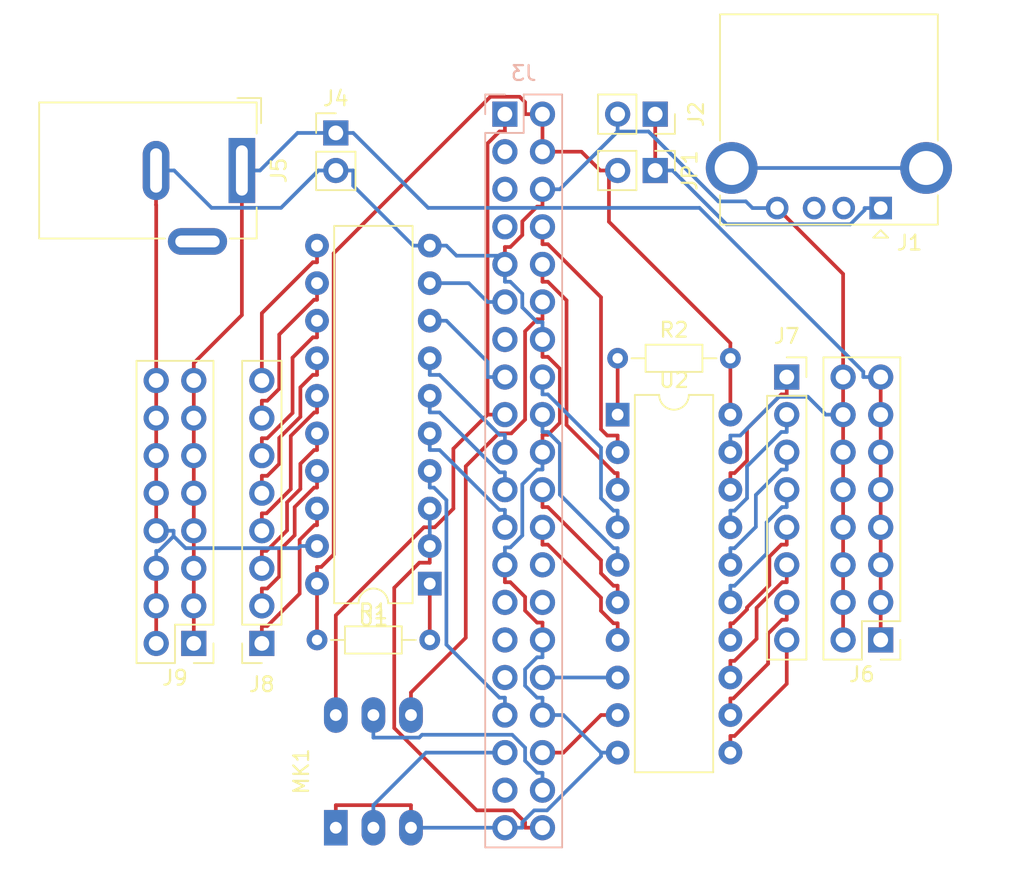
<source format=kicad_pcb>
(kicad_pcb (version 20171130) (host pcbnew "(5.1.10)-1")

  (general
    (thickness 1.6)
    (drawings 0)
    (tracks 400)
    (zones 0)
    (modules 15)
    (nets 55)
  )

  (page A4)
  (layers
    (0 F.Cu signal)
    (31 B.Cu signal)
    (32 B.Adhes user)
    (33 F.Adhes user)
    (34 B.Paste user)
    (35 F.Paste user)
    (36 B.SilkS user)
    (37 F.SilkS user)
    (38 B.Mask user)
    (39 F.Mask user)
    (40 Dwgs.User user)
    (41 Cmts.User user)
    (42 Eco1.User user)
    (43 Eco2.User user)
    (44 Edge.Cuts user)
    (45 Margin user)
    (46 B.CrtYd user)
    (47 F.CrtYd user)
    (48 B.Fab user)
    (49 F.Fab user)
  )

  (setup
    (last_trace_width 0.25)
    (trace_clearance 0.2)
    (zone_clearance 0.508)
    (zone_45_only no)
    (trace_min 0.2)
    (via_size 0.8)
    (via_drill 0.4)
    (via_min_size 0.4)
    (via_min_drill 0.3)
    (uvia_size 0.3)
    (uvia_drill 0.1)
    (uvias_allowed no)
    (uvia_min_size 0.2)
    (uvia_min_drill 0.1)
    (edge_width 0.1)
    (segment_width 0.2)
    (pcb_text_width 0.3)
    (pcb_text_size 1.5 1.5)
    (mod_edge_width 0.15)
    (mod_text_size 1 1)
    (mod_text_width 0.15)
    (pad_size 2.4 1.6)
    (pad_drill 0.8)
    (pad_to_mask_clearance 0)
    (aux_axis_origin 0 0)
    (visible_elements FFFFFFFF)
    (pcbplotparams
      (layerselection 0x010fc_ffffffff)
      (usegerberextensions false)
      (usegerberattributes true)
      (usegerberadvancedattributes true)
      (creategerberjobfile true)
      (excludeedgelayer true)
      (linewidth 0.100000)
      (plotframeref false)
      (viasonmask false)
      (mode 1)
      (useauxorigin false)
      (hpglpennumber 1)
      (hpglpenspeed 20)
      (hpglpendiameter 15.000000)
      (psnegative false)
      (psa4output false)
      (plotreference true)
      (plotvalue true)
      (plotinvisibletext false)
      (padsonsilk false)
      (subtractmaskfromsilk false)
      (outputformat 1)
      (mirror false)
      (drillshape 1)
      (scaleselection 1)
      (outputdirectory ""))
  )

  (net 0 "")
  (net 1 GND)
  (net 2 "Net-(J1-Pad3)")
  (net 3 "Net-(J1-Pad2)")
  (net 4 VCC)
  (net 5 "Net-(J1-Pad5)")
  (net 6 /SMI_SD13)
  (net 7 /I2S_SD)
  (net 8 "Net-(J3-Pad37)")
  (net 9 /SMI_SD8)
  (net 10 /I2S_WS)
  (net 11 /SMI_SD5)
  (net 12 /SMI_SD4)
  (net 13 "Net-(J3-Pad31)")
  (net 14 "Net-(J3-Pad29)")
  (net 15 "Net-(J3-Pad28)")
  (net 16 "Net-(J3-Pad27)")
  (net 17 "Net-(J3-Pad26)")
  (net 18 /SMI_SD0)
  (net 19 /SMI_SD3)
  (net 20 /SMI_SD17)
  (net 21 /SMI_SD1)
  (net 22 /SMI_SD2)
  (net 23 /SMI_SD16)
  (net 24 +3V3)
  (net 25 /SMI_SD15)
  (net 26 /SMI_SD14)
  (net 27 "Net-(J3-Pad13)")
  (net 28 /I2S_CLK)
  (net 29 /SMI_SD9)
  (net 30 /SMI_SD7)
  (net 31 /SMI_SD6)
  (net 32 "Net-(J3-Pad7)")
  (net 33 "Net-(J3-Pad5)")
  (net 34 +5V)
  (net 35 "Net-(J3-Pad3)")
  (net 36 +12V)
  (net 37 "Net-(J7-Pad1)")
  (net 38 "Net-(J7-Pad2)")
  (net 39 "Net-(J7-Pad3)")
  (net 40 "Net-(J7-Pad4)")
  (net 41 "Net-(J7-Pad5)")
  (net 42 "Net-(J7-Pad6)")
  (net 43 "Net-(J7-Pad7)")
  (net 44 "Net-(J7-Pad8)")
  (net 45 "Net-(J8-Pad1)")
  (net 46 "Net-(J8-Pad2)")
  (net 47 "Net-(J8-Pad3)")
  (net 48 "Net-(J8-Pad4)")
  (net 49 "Net-(J8-Pad5)")
  (net 50 "Net-(J8-Pad6)")
  (net 51 "Net-(J8-Pad7)")
  (net 52 "Net-(J8-Pad8)")
  (net 53 "Net-(R1-Pad2)")
  (net 54 "Net-(R2-Pad1)")

  (net_class Default "This is the default net class."
    (clearance 0.2)
    (trace_width 0.25)
    (via_dia 0.8)
    (via_drill 0.4)
    (uvia_dia 0.3)
    (uvia_drill 0.1)
    (add_net +12V)
    (add_net +3V3)
    (add_net +5V)
    (add_net /I2S_CLK)
    (add_net /I2S_SD)
    (add_net /I2S_WS)
    (add_net /SMI_SD0)
    (add_net /SMI_SD1)
    (add_net /SMI_SD13)
    (add_net /SMI_SD14)
    (add_net /SMI_SD15)
    (add_net /SMI_SD16)
    (add_net /SMI_SD17)
    (add_net /SMI_SD2)
    (add_net /SMI_SD3)
    (add_net /SMI_SD4)
    (add_net /SMI_SD5)
    (add_net /SMI_SD6)
    (add_net /SMI_SD7)
    (add_net /SMI_SD8)
    (add_net /SMI_SD9)
    (add_net GND)
    (add_net "Net-(J1-Pad2)")
    (add_net "Net-(J1-Pad3)")
    (add_net "Net-(J1-Pad5)")
    (add_net "Net-(J3-Pad13)")
    (add_net "Net-(J3-Pad26)")
    (add_net "Net-(J3-Pad27)")
    (add_net "Net-(J3-Pad28)")
    (add_net "Net-(J3-Pad29)")
    (add_net "Net-(J3-Pad3)")
    (add_net "Net-(J3-Pad31)")
    (add_net "Net-(J3-Pad37)")
    (add_net "Net-(J3-Pad5)")
    (add_net "Net-(J3-Pad7)")
    (add_net "Net-(J7-Pad1)")
    (add_net "Net-(J7-Pad2)")
    (add_net "Net-(J7-Pad3)")
    (add_net "Net-(J7-Pad4)")
    (add_net "Net-(J7-Pad5)")
    (add_net "Net-(J7-Pad6)")
    (add_net "Net-(J7-Pad7)")
    (add_net "Net-(J7-Pad8)")
    (add_net "Net-(J8-Pad1)")
    (add_net "Net-(J8-Pad2)")
    (add_net "Net-(J8-Pad3)")
    (add_net "Net-(J8-Pad4)")
    (add_net "Net-(J8-Pad5)")
    (add_net "Net-(J8-Pad6)")
    (add_net "Net-(J8-Pad7)")
    (add_net "Net-(J8-Pad8)")
    (add_net "Net-(R1-Pad2)")
    (add_net "Net-(R2-Pad1)")
    (add_net VCC)
  )

  (module Package_DIP:DIP-20_W7.62mm (layer F.Cu) (tedit 5A02E8C5) (tstamp 609B682B)
    (at 133.35 101.6)
    (descr "20-lead though-hole mounted DIP package, row spacing 7.62 mm (300 mils)")
    (tags "THT DIP DIL PDIP 2.54mm 7.62mm 300mil")
    (path /60990192)
    (fp_text reference U2 (at 3.81 -2.33) (layer F.SilkS)
      (effects (font (size 1 1) (thickness 0.15)))
    )
    (fp_text value 74HCT245 (at 3.81 25.19) (layer F.Fab)
      (effects (font (size 1 1) (thickness 0.15)))
    )
    (fp_text user %R (at 3.81 11.43) (layer F.Fab)
      (effects (font (size 1 1) (thickness 0.15)))
    )
    (fp_arc (start 3.81 -1.33) (end 2.81 -1.33) (angle -180) (layer F.SilkS) (width 0.12))
    (fp_line (start 1.635 -1.27) (end 6.985 -1.27) (layer F.Fab) (width 0.1))
    (fp_line (start 6.985 -1.27) (end 6.985 24.13) (layer F.Fab) (width 0.1))
    (fp_line (start 6.985 24.13) (end 0.635 24.13) (layer F.Fab) (width 0.1))
    (fp_line (start 0.635 24.13) (end 0.635 -0.27) (layer F.Fab) (width 0.1))
    (fp_line (start 0.635 -0.27) (end 1.635 -1.27) (layer F.Fab) (width 0.1))
    (fp_line (start 2.81 -1.33) (end 1.16 -1.33) (layer F.SilkS) (width 0.12))
    (fp_line (start 1.16 -1.33) (end 1.16 24.19) (layer F.SilkS) (width 0.12))
    (fp_line (start 1.16 24.19) (end 6.46 24.19) (layer F.SilkS) (width 0.12))
    (fp_line (start 6.46 24.19) (end 6.46 -1.33) (layer F.SilkS) (width 0.12))
    (fp_line (start 6.46 -1.33) (end 4.81 -1.33) (layer F.SilkS) (width 0.12))
    (fp_line (start -1.1 -1.55) (end -1.1 24.4) (layer F.CrtYd) (width 0.05))
    (fp_line (start -1.1 24.4) (end 8.7 24.4) (layer F.CrtYd) (width 0.05))
    (fp_line (start 8.7 24.4) (end 8.7 -1.55) (layer F.CrtYd) (width 0.05))
    (fp_line (start 8.7 -1.55) (end -1.1 -1.55) (layer F.CrtYd) (width 0.05))
    (pad 20 thru_hole oval (at 7.62 0) (size 1.6 1.6) (drill 0.8) (layers *.Cu *.Mask)
      (net 34 +5V))
    (pad 10 thru_hole oval (at 0 22.86) (size 1.6 1.6) (drill 0.8) (layers *.Cu *.Mask)
      (net 1 GND))
    (pad 19 thru_hole oval (at 7.62 2.54) (size 1.6 1.6) (drill 0.8) (layers *.Cu *.Mask)
      (net 1 GND))
    (pad 9 thru_hole oval (at 0 20.32) (size 1.6 1.6) (drill 0.8) (layers *.Cu *.Mask)
      (net 9 /SMI_SD8))
    (pad 18 thru_hole oval (at 7.62 5.08) (size 1.6 1.6) (drill 0.8) (layers *.Cu *.Mask)
      (net 37 "Net-(J7-Pad1)"))
    (pad 8 thru_hole oval (at 0 17.78) (size 1.6 1.6) (drill 0.8) (layers *.Cu *.Mask)
      (net 12 /SMI_SD4))
    (pad 17 thru_hole oval (at 7.62 7.62) (size 1.6 1.6) (drill 0.8) (layers *.Cu *.Mask)
      (net 38 "Net-(J7-Pad2)"))
    (pad 7 thru_hole oval (at 0 15.24) (size 1.6 1.6) (drill 0.8) (layers *.Cu *.Mask)
      (net 18 /SMI_SD0))
    (pad 16 thru_hole oval (at 7.62 10.16) (size 1.6 1.6) (drill 0.8) (layers *.Cu *.Mask)
      (net 39 "Net-(J7-Pad3)"))
    (pad 6 thru_hole oval (at 0 12.7) (size 1.6 1.6) (drill 0.8) (layers *.Cu *.Mask)
      (net 20 /SMI_SD17))
    (pad 15 thru_hole oval (at 7.62 12.7) (size 1.6 1.6) (drill 0.8) (layers *.Cu *.Mask)
      (net 40 "Net-(J7-Pad4)"))
    (pad 5 thru_hole oval (at 0 10.16) (size 1.6 1.6) (drill 0.8) (layers *.Cu *.Mask)
      (net 23 /SMI_SD16))
    (pad 14 thru_hole oval (at 7.62 15.24) (size 1.6 1.6) (drill 0.8) (layers *.Cu *.Mask)
      (net 41 "Net-(J7-Pad5)"))
    (pad 4 thru_hole oval (at 0 7.62) (size 1.6 1.6) (drill 0.8) (layers *.Cu *.Mask)
      (net 25 /SMI_SD15))
    (pad 13 thru_hole oval (at 7.62 17.78) (size 1.6 1.6) (drill 0.8) (layers *.Cu *.Mask)
      (net 42 "Net-(J7-Pad6)"))
    (pad 3 thru_hole oval (at 0 5.08) (size 1.6 1.6) (drill 0.8) (layers *.Cu *.Mask)
      (net 30 /SMI_SD7))
    (pad 12 thru_hole oval (at 7.62 20.32) (size 1.6 1.6) (drill 0.8) (layers *.Cu *.Mask)
      (net 43 "Net-(J7-Pad7)"))
    (pad 2 thru_hole oval (at 0 2.54) (size 1.6 1.6) (drill 0.8) (layers *.Cu *.Mask)
      (net 31 /SMI_SD6))
    (pad 11 thru_hole oval (at 7.62 22.86) (size 1.6 1.6) (drill 0.8) (layers *.Cu *.Mask)
      (net 44 "Net-(J7-Pad8)"))
    (pad 1 thru_hole rect (at 0 0) (size 1.6 1.6) (drill 0.8) (layers *.Cu *.Mask)
      (net 54 "Net-(R2-Pad1)"))
    (model ${KISYS3DMOD}/Package_DIP.3dshapes/DIP-20_W7.62mm.wrl
      (at (xyz 0 0 0))
      (scale (xyz 1 1 1))
      (rotate (xyz 0 0 0))
    )
  )

  (module Package_DIP:DIP-20_W7.62mm (layer F.Cu) (tedit 5A02E8C5) (tstamp 609B6803)
    (at 120.65 113.03 180)
    (descr "20-lead though-hole mounted DIP package, row spacing 7.62 mm (300 mils)")
    (tags "THT DIP DIL PDIP 2.54mm 7.62mm 300mil")
    (path /6098F41C)
    (fp_text reference U1 (at 3.81 -2.33) (layer F.SilkS)
      (effects (font (size 1 1) (thickness 0.15)))
    )
    (fp_text value 74HCT245 (at 3.81 25.19) (layer F.Fab)
      (effects (font (size 1 1) (thickness 0.15)))
    )
    (fp_text user %R (at 3.81 11.43) (layer F.Fab)
      (effects (font (size 1 1) (thickness 0.15)))
    )
    (fp_arc (start 3.81 -1.33) (end 2.81 -1.33) (angle -180) (layer F.SilkS) (width 0.12))
    (fp_line (start 1.635 -1.27) (end 6.985 -1.27) (layer F.Fab) (width 0.1))
    (fp_line (start 6.985 -1.27) (end 6.985 24.13) (layer F.Fab) (width 0.1))
    (fp_line (start 6.985 24.13) (end 0.635 24.13) (layer F.Fab) (width 0.1))
    (fp_line (start 0.635 24.13) (end 0.635 -0.27) (layer F.Fab) (width 0.1))
    (fp_line (start 0.635 -0.27) (end 1.635 -1.27) (layer F.Fab) (width 0.1))
    (fp_line (start 2.81 -1.33) (end 1.16 -1.33) (layer F.SilkS) (width 0.12))
    (fp_line (start 1.16 -1.33) (end 1.16 24.19) (layer F.SilkS) (width 0.12))
    (fp_line (start 1.16 24.19) (end 6.46 24.19) (layer F.SilkS) (width 0.12))
    (fp_line (start 6.46 24.19) (end 6.46 -1.33) (layer F.SilkS) (width 0.12))
    (fp_line (start 6.46 -1.33) (end 4.81 -1.33) (layer F.SilkS) (width 0.12))
    (fp_line (start -1.1 -1.55) (end -1.1 24.4) (layer F.CrtYd) (width 0.05))
    (fp_line (start -1.1 24.4) (end 8.7 24.4) (layer F.CrtYd) (width 0.05))
    (fp_line (start 8.7 24.4) (end 8.7 -1.55) (layer F.CrtYd) (width 0.05))
    (fp_line (start 8.7 -1.55) (end -1.1 -1.55) (layer F.CrtYd) (width 0.05))
    (pad 20 thru_hole oval (at 7.62 0 180) (size 1.6 1.6) (drill 0.8) (layers *.Cu *.Mask)
      (net 34 +5V))
    (pad 10 thru_hole oval (at 0 22.86 180) (size 1.6 1.6) (drill 0.8) (layers *.Cu *.Mask)
      (net 1 GND))
    (pad 19 thru_hole oval (at 7.62 2.54 180) (size 1.6 1.6) (drill 0.8) (layers *.Cu *.Mask)
      (net 1 GND))
    (pad 9 thru_hole oval (at 0 20.32 180) (size 1.6 1.6) (drill 0.8) (layers *.Cu *.Mask)
      (net 29 /SMI_SD9))
    (pad 18 thru_hole oval (at 7.62 5.08 180) (size 1.6 1.6) (drill 0.8) (layers *.Cu *.Mask)
      (net 45 "Net-(J8-Pad1)"))
    (pad 8 thru_hole oval (at 0 17.78 180) (size 1.6 1.6) (drill 0.8) (layers *.Cu *.Mask)
      (net 26 /SMI_SD14))
    (pad 17 thru_hole oval (at 7.62 7.62 180) (size 1.6 1.6) (drill 0.8) (layers *.Cu *.Mask)
      (net 46 "Net-(J8-Pad2)"))
    (pad 7 thru_hole oval (at 0 15.24 180) (size 1.6 1.6) (drill 0.8) (layers *.Cu *.Mask)
      (net 22 /SMI_SD2))
    (pad 16 thru_hole oval (at 7.62 10.16 180) (size 1.6 1.6) (drill 0.8) (layers *.Cu *.Mask)
      (net 47 "Net-(J8-Pad3)"))
    (pad 6 thru_hole oval (at 0 12.7 180) (size 1.6 1.6) (drill 0.8) (layers *.Cu *.Mask)
      (net 21 /SMI_SD1))
    (pad 15 thru_hole oval (at 7.62 12.7 180) (size 1.6 1.6) (drill 0.8) (layers *.Cu *.Mask)
      (net 48 "Net-(J8-Pad4)"))
    (pad 5 thru_hole oval (at 0 10.16 180) (size 1.6 1.6) (drill 0.8) (layers *.Cu *.Mask)
      (net 19 /SMI_SD3))
    (pad 14 thru_hole oval (at 7.62 15.24 180) (size 1.6 1.6) (drill 0.8) (layers *.Cu *.Mask)
      (net 49 "Net-(J8-Pad5)"))
    (pad 4 thru_hole oval (at 0 7.62 180) (size 1.6 1.6) (drill 0.8) (layers *.Cu *.Mask)
      (net 11 /SMI_SD5))
    (pad 13 thru_hole oval (at 7.62 17.78 180) (size 1.6 1.6) (drill 0.8) (layers *.Cu *.Mask)
      (net 50 "Net-(J8-Pad6)"))
    (pad 3 thru_hole oval (at 0 5.08 180) (size 1.6 1.6) (drill 0.8) (layers *.Cu *.Mask)
      (net 6 /SMI_SD13))
    (pad 12 thru_hole oval (at 7.62 20.32 180) (size 1.6 1.6) (drill 0.8) (layers *.Cu *.Mask)
      (net 51 "Net-(J8-Pad7)"))
    (pad 2 thru_hole oval (at 0 2.54 180) (size 1.6 1.6) (drill 0.8) (layers *.Cu *.Mask)
      (net 6 /SMI_SD13))
    (pad 11 thru_hole oval (at 7.62 22.86 180) (size 1.6 1.6) (drill 0.8) (layers *.Cu *.Mask)
      (net 52 "Net-(J8-Pad8)"))
    (pad 1 thru_hole rect (at 0 0 180) (size 1.6 1.6) (drill 0.8) (layers *.Cu *.Mask)
      (net 53 "Net-(R1-Pad2)"))
    (model ${KISYS3DMOD}/Package_DIP.3dshapes/DIP-20_W7.62mm.wrl
      (at (xyz 0 0 0))
      (scale (xyz 1 1 1))
      (rotate (xyz 0 0 0))
    )
  )

  (module Resistor_THT:R_Axial_DIN0204_L3.6mm_D1.6mm_P7.62mm_Horizontal (layer F.Cu) (tedit 5AE5139B) (tstamp 609B3B5C)
    (at 133.35 97.79)
    (descr "Resistor, Axial_DIN0204 series, Axial, Horizontal, pin pitch=7.62mm, 0.167W, length*diameter=3.6*1.6mm^2, http://cdn-reichelt.de/documents/datenblatt/B400/1_4W%23YAG.pdf")
    (tags "Resistor Axial_DIN0204 series Axial Horizontal pin pitch 7.62mm 0.167W length 3.6mm diameter 1.6mm")
    (path /609B10BD)
    (fp_text reference R2 (at 3.81 -1.92) (layer F.SilkS)
      (effects (font (size 1 1) (thickness 0.15)))
    )
    (fp_text value R (at 3.81 1.92) (layer F.Fab)
      (effects (font (size 1 1) (thickness 0.15)))
    )
    (fp_text user %R (at 3.81 0) (layer F.Fab)
      (effects (font (size 0.72 0.72) (thickness 0.108)))
    )
    (fp_line (start 2.01 -0.8) (end 2.01 0.8) (layer F.Fab) (width 0.1))
    (fp_line (start 2.01 0.8) (end 5.61 0.8) (layer F.Fab) (width 0.1))
    (fp_line (start 5.61 0.8) (end 5.61 -0.8) (layer F.Fab) (width 0.1))
    (fp_line (start 5.61 -0.8) (end 2.01 -0.8) (layer F.Fab) (width 0.1))
    (fp_line (start 0 0) (end 2.01 0) (layer F.Fab) (width 0.1))
    (fp_line (start 7.62 0) (end 5.61 0) (layer F.Fab) (width 0.1))
    (fp_line (start 1.89 -0.92) (end 1.89 0.92) (layer F.SilkS) (width 0.12))
    (fp_line (start 1.89 0.92) (end 5.73 0.92) (layer F.SilkS) (width 0.12))
    (fp_line (start 5.73 0.92) (end 5.73 -0.92) (layer F.SilkS) (width 0.12))
    (fp_line (start 5.73 -0.92) (end 1.89 -0.92) (layer F.SilkS) (width 0.12))
    (fp_line (start 0.94 0) (end 1.89 0) (layer F.SilkS) (width 0.12))
    (fp_line (start 6.68 0) (end 5.73 0) (layer F.SilkS) (width 0.12))
    (fp_line (start -0.95 -1.05) (end -0.95 1.05) (layer F.CrtYd) (width 0.05))
    (fp_line (start -0.95 1.05) (end 8.57 1.05) (layer F.CrtYd) (width 0.05))
    (fp_line (start 8.57 1.05) (end 8.57 -1.05) (layer F.CrtYd) (width 0.05))
    (fp_line (start 8.57 -1.05) (end -0.95 -1.05) (layer F.CrtYd) (width 0.05))
    (pad 2 thru_hole oval (at 7.62 0) (size 1.4 1.4) (drill 0.7) (layers *.Cu *.Mask)
      (net 34 +5V))
    (pad 1 thru_hole circle (at 0 0) (size 1.4 1.4) (drill 0.7) (layers *.Cu *.Mask)
      (net 54 "Net-(R2-Pad1)"))
    (model ${KISYS3DMOD}/Resistor_THT.3dshapes/R_Axial_DIN0204_L3.6mm_D1.6mm_P7.62mm_Horizontal.wrl
      (at (xyz 0 0 0))
      (scale (xyz 1 1 1))
      (rotate (xyz 0 0 0))
    )
  )

  (module Resistor_THT:R_Axial_DIN0204_L3.6mm_D1.6mm_P7.62mm_Horizontal (layer F.Cu) (tedit 5AE5139B) (tstamp 609B3B45)
    (at 113.03 116.84)
    (descr "Resistor, Axial_DIN0204 series, Axial, Horizontal, pin pitch=7.62mm, 0.167W, length*diameter=3.6*1.6mm^2, http://cdn-reichelt.de/documents/datenblatt/B400/1_4W%23YAG.pdf")
    (tags "Resistor Axial_DIN0204 series Axial Horizontal pin pitch 7.62mm 0.167W length 3.6mm diameter 1.6mm")
    (path /609AF147)
    (fp_text reference R1 (at 3.81 -1.92) (layer F.SilkS)
      (effects (font (size 1 1) (thickness 0.15)))
    )
    (fp_text value R (at 3.81 1.92) (layer F.Fab)
      (effects (font (size 1 1) (thickness 0.15)))
    )
    (fp_text user %R (at 3.81 0) (layer F.Fab)
      (effects (font (size 0.72 0.72) (thickness 0.108)))
    )
    (fp_line (start 2.01 -0.8) (end 2.01 0.8) (layer F.Fab) (width 0.1))
    (fp_line (start 2.01 0.8) (end 5.61 0.8) (layer F.Fab) (width 0.1))
    (fp_line (start 5.61 0.8) (end 5.61 -0.8) (layer F.Fab) (width 0.1))
    (fp_line (start 5.61 -0.8) (end 2.01 -0.8) (layer F.Fab) (width 0.1))
    (fp_line (start 0 0) (end 2.01 0) (layer F.Fab) (width 0.1))
    (fp_line (start 7.62 0) (end 5.61 0) (layer F.Fab) (width 0.1))
    (fp_line (start 1.89 -0.92) (end 1.89 0.92) (layer F.SilkS) (width 0.12))
    (fp_line (start 1.89 0.92) (end 5.73 0.92) (layer F.SilkS) (width 0.12))
    (fp_line (start 5.73 0.92) (end 5.73 -0.92) (layer F.SilkS) (width 0.12))
    (fp_line (start 5.73 -0.92) (end 1.89 -0.92) (layer F.SilkS) (width 0.12))
    (fp_line (start 0.94 0) (end 1.89 0) (layer F.SilkS) (width 0.12))
    (fp_line (start 6.68 0) (end 5.73 0) (layer F.SilkS) (width 0.12))
    (fp_line (start -0.95 -1.05) (end -0.95 1.05) (layer F.CrtYd) (width 0.05))
    (fp_line (start -0.95 1.05) (end 8.57 1.05) (layer F.CrtYd) (width 0.05))
    (fp_line (start 8.57 1.05) (end 8.57 -1.05) (layer F.CrtYd) (width 0.05))
    (fp_line (start 8.57 -1.05) (end -0.95 -1.05) (layer F.CrtYd) (width 0.05))
    (pad 2 thru_hole oval (at 7.62 0) (size 1.4 1.4) (drill 0.7) (layers *.Cu *.Mask)
      (net 53 "Net-(R1-Pad2)"))
    (pad 1 thru_hole circle (at 0 0) (size 1.4 1.4) (drill 0.7) (layers *.Cu *.Mask)
      (net 34 +5V))
    (model ${KISYS3DMOD}/Resistor_THT.3dshapes/R_Axial_DIN0204_L3.6mm_D1.6mm_P7.62mm_Horizontal.wrl
      (at (xyz 0 0 0))
      (scale (xyz 1 1 1))
      (rotate (xyz 0 0 0))
    )
  )

  (module LedBarsHat:I2S_MEMS_Microphone (layer F.Cu) (tedit 609ABC0F) (tstamp 609B21DB)
    (at 114.3 129.54 90)
    (descr "I2S MEMS Microphone")
    (tags "I2S MEMS Microphone")
    (path /609D01E4)
    (fp_text reference MK1 (at 3.81 -2.33 90) (layer F.SilkS)
      (effects (font (size 1 1) (thickness 0.15)))
    )
    (fp_text value MP45DT02 (at 3.81 7.41 90) (layer F.Fab)
      (effects (font (size 1 1) (thickness 0.15)))
    )
    (fp_text user %R (at 3.81 2.54 90) (layer F.Fab)
      (effects (font (size 1 1) (thickness 0.15)))
    )
    (fp_line (start 1.635 -1.27) (end 6.985 -1.27) (layer F.Fab) (width 0.1))
    (fp_line (start 6.985 -1.27) (end 6.985 6.35) (layer F.Fab) (width 0.1))
    (fp_line (start 6.985 6.35) (end 0.635 6.35) (layer F.Fab) (width 0.1))
    (fp_line (start 0.635 6.35) (end 0.635 -0.27) (layer F.Fab) (width 0.1))
    (fp_line (start 0.635 -0.27) (end 1.635 -1.27) (layer F.Fab) (width 0.1))
    (fp_line (start -1.45 -1.55) (end -1.45 6.6) (layer F.CrtYd) (width 0.05))
    (fp_line (start -1.45 6.6) (end 9.1 6.6) (layer F.CrtYd) (width 0.05))
    (fp_line (start 9.1 6.6) (end 9.1 -1.55) (layer F.CrtYd) (width 0.05))
    (fp_line (start 9.1 -1.55) (end -1.45 -1.55) (layer F.CrtYd) (width 0.05))
    (pad 1 thru_hole rect (at 0 0 90) (size 2.4 1.6) (drill 0.8) (layers *.Cu *.Mask)
      (net 1 GND))
    (pad 4 thru_hole oval (at 7.62 5.08 90) (size 2.4 1.6) (drill 0.8) (layers *.Cu *.Mask)
      (net 28 /I2S_CLK))
    (pad 2 thru_hole oval (at 0 2.54 90) (size 2.4 1.6) (drill 0.8) (layers *.Cu *.Mask)
      (net 10 /I2S_WS))
    (pad 5 thru_hole oval (at 7.62 2.54 90) (size 2.4 1.6) (drill 0.8) (layers *.Cu *.Mask)
      (net 7 /I2S_SD))
    (pad 3 thru_hole oval (at 0 5.08 90) (size 2.4 1.6) (drill 0.8) (layers *.Cu *.Mask)
      (net 1 GND))
    (pad 6 thru_hole oval (at 7.62 0 90) (size 2.4 1.6) (drill 0.8) (layers *.Cu *.Mask)
      (net 24 +3V3))
  )

  (module Connector_PinHeader_2.54mm:PinHeader_1x02_P2.54mm_Vertical (layer F.Cu) (tedit 59FED5CC) (tstamp 609B21C7)
    (at 135.89 85.09 270)
    (descr "Through hole straight pin header, 1x02, 2.54mm pitch, single row")
    (tags "Through hole pin header THT 1x02 2.54mm single row")
    (path /60A55661)
    (fp_text reference JP1 (at 0 -2.33 90) (layer F.SilkS)
      (effects (font (size 1 1) (thickness 0.15)))
    )
    (fp_text value Jumper (at 0 4.87 90) (layer F.Fab)
      (effects (font (size 1 1) (thickness 0.15)))
    )
    (fp_text user %R (at 0 1.27) (layer F.Fab)
      (effects (font (size 1 1) (thickness 0.15)))
    )
    (fp_line (start -0.635 -1.27) (end 1.27 -1.27) (layer F.Fab) (width 0.1))
    (fp_line (start 1.27 -1.27) (end 1.27 3.81) (layer F.Fab) (width 0.1))
    (fp_line (start 1.27 3.81) (end -1.27 3.81) (layer F.Fab) (width 0.1))
    (fp_line (start -1.27 3.81) (end -1.27 -0.635) (layer F.Fab) (width 0.1))
    (fp_line (start -1.27 -0.635) (end -0.635 -1.27) (layer F.Fab) (width 0.1))
    (fp_line (start -1.33 3.87) (end 1.33 3.87) (layer F.SilkS) (width 0.12))
    (fp_line (start -1.33 1.27) (end -1.33 3.87) (layer F.SilkS) (width 0.12))
    (fp_line (start 1.33 1.27) (end 1.33 3.87) (layer F.SilkS) (width 0.12))
    (fp_line (start -1.33 1.27) (end 1.33 1.27) (layer F.SilkS) (width 0.12))
    (fp_line (start -1.33 0) (end -1.33 -1.33) (layer F.SilkS) (width 0.12))
    (fp_line (start -1.33 -1.33) (end 0 -1.33) (layer F.SilkS) (width 0.12))
    (fp_line (start -1.8 -1.8) (end -1.8 4.35) (layer F.CrtYd) (width 0.05))
    (fp_line (start -1.8 4.35) (end 1.8 4.35) (layer F.CrtYd) (width 0.05))
    (fp_line (start 1.8 4.35) (end 1.8 -1.8) (layer F.CrtYd) (width 0.05))
    (fp_line (start 1.8 -1.8) (end -1.8 -1.8) (layer F.CrtYd) (width 0.05))
    (pad 2 thru_hole oval (at 0 2.54 270) (size 1.7 1.7) (drill 1) (layers *.Cu *.Mask)
      (net 34 +5V))
    (pad 1 thru_hole rect (at 0 0 270) (size 1.7 1.7) (drill 1) (layers *.Cu *.Mask)
      (net 4 VCC))
    (model ${KISYS3DMOD}/Connector_PinHeader_2.54mm.3dshapes/PinHeader_1x02_P2.54mm_Vertical.wrl
      (at (xyz 0 0 0))
      (scale (xyz 1 1 1))
      (rotate (xyz 0 0 0))
    )
  )

  (module LedBarsHat:Led_Power_Bus (layer F.Cu) (tedit 609AB8F7) (tstamp 609B21B1)
    (at 104.7 117.075 180)
    (descr "Through hole straight pin header, 2x08, 2.54mm pitch, double rows")
    (tags "Through hole pin header THT 2x08 2.54mm double row")
    (path /60A1377F)
    (fp_text reference J9 (at 1.27 -2.33) (layer F.SilkS)
      (effects (font (size 1 1) (thickness 0.15)))
    )
    (fp_text value Conn_02x08_Row_Letter_Last (at 1.27 20.11) (layer F.Fab)
      (effects (font (size 1 1) (thickness 0.15)))
    )
    (fp_text user %R (at 1.27 8.89 90) (layer F.Fab)
      (effects (font (size 1 1) (thickness 0.15)))
    )
    (fp_line (start 0 -1.27) (end 3.81 -1.27) (layer F.Fab) (width 0.1))
    (fp_line (start 3.81 -1.27) (end 3.81 19.05) (layer F.Fab) (width 0.1))
    (fp_line (start 3.81 19.05) (end -1.27 19.05) (layer F.Fab) (width 0.1))
    (fp_line (start -1.27 19.05) (end -1.27 0) (layer F.Fab) (width 0.1))
    (fp_line (start -1.27 0) (end 0 -1.27) (layer F.Fab) (width 0.1))
    (fp_line (start -1.33 19.11) (end 3.87 19.11) (layer F.SilkS) (width 0.12))
    (fp_line (start -1.33 1.27) (end -1.33 19.11) (layer F.SilkS) (width 0.12))
    (fp_line (start 3.87 -1.33) (end 3.87 19.11) (layer F.SilkS) (width 0.12))
    (fp_line (start -1.33 1.27) (end 1.27 1.27) (layer F.SilkS) (width 0.12))
    (fp_line (start 1.27 1.27) (end 1.27 -1.33) (layer F.SilkS) (width 0.12))
    (fp_line (start 1.27 -1.33) (end 3.87 -1.33) (layer F.SilkS) (width 0.12))
    (fp_line (start -1.33 0) (end -1.33 -1.33) (layer F.SilkS) (width 0.12))
    (fp_line (start -1.33 -1.33) (end 0 -1.33) (layer F.SilkS) (width 0.12))
    (fp_line (start -1.8 -1.8) (end -1.8 19.55) (layer F.CrtYd) (width 0.05))
    (fp_line (start -1.8 19.55) (end 4.35 19.55) (layer F.CrtYd) (width 0.05))
    (fp_line (start 4.35 19.55) (end 4.35 -1.8) (layer F.CrtYd) (width 0.05))
    (fp_line (start 4.35 -1.8) (end -1.8 -1.8) (layer F.CrtYd) (width 0.05))
    (pad 1a thru_hole rect (at 0 0 180) (size 1.7 1.7) (drill 1) (layers *.Cu *.Mask)
      (net 36 +12V))
    (pad 1b thru_hole oval (at 2.54 0 180) (size 1.7 1.7) (drill 1) (layers *.Cu *.Mask)
      (net 1 GND))
    (pad 2a thru_hole oval (at 0 2.54 180) (size 1.7 1.7) (drill 1) (layers *.Cu *.Mask)
      (net 36 +12V))
    (pad 2b thru_hole oval (at 2.54 2.54 180) (size 1.7 1.7) (drill 1) (layers *.Cu *.Mask)
      (net 1 GND))
    (pad 3a thru_hole oval (at 0 5.08 180) (size 1.7 1.7) (drill 1) (layers *.Cu *.Mask)
      (net 36 +12V))
    (pad 3b thru_hole oval (at 2.54 5.08 180) (size 1.7 1.7) (drill 1) (layers *.Cu *.Mask)
      (net 1 GND))
    (pad 4a thru_hole oval (at 0 7.62 180) (size 1.7 1.7) (drill 1) (layers *.Cu *.Mask)
      (net 36 +12V))
    (pad 4b thru_hole oval (at 2.54 7.62 180) (size 1.7 1.7) (drill 1) (layers *.Cu *.Mask)
      (net 1 GND))
    (pad 5a thru_hole oval (at 0 10.16 180) (size 1.7 1.7) (drill 1) (layers *.Cu *.Mask)
      (net 36 +12V))
    (pad 5b thru_hole oval (at 2.54 10.16 180) (size 1.7 1.7) (drill 1) (layers *.Cu *.Mask)
      (net 1 GND))
    (pad 6a thru_hole oval (at 0 12.7 180) (size 1.7 1.7) (drill 1) (layers *.Cu *.Mask)
      (net 36 +12V))
    (pad 6b thru_hole oval (at 2.54 12.7 180) (size 1.7 1.7) (drill 1) (layers *.Cu *.Mask)
      (net 1 GND))
    (pad 7a thru_hole oval (at 0 15.24 180) (size 1.7 1.7) (drill 1) (layers *.Cu *.Mask)
      (net 36 +12V))
    (pad 7b thru_hole oval (at 2.54 15.24 180) (size 1.7 1.7) (drill 1) (layers *.Cu *.Mask)
      (net 1 GND))
    (pad 8a thru_hole oval (at 0 17.78 180) (size 1.7 1.7) (drill 1) (layers *.Cu *.Mask)
      (net 36 +12V))
    (pad 8b thru_hole oval (at 2.54 17.78 180) (size 1.7 1.7) (drill 1) (layers *.Cu *.Mask)
      (net 1 GND))
  )

  (module LedBarsHat:Led_Signal_Bus (layer F.Cu) (tedit 609AB921) (tstamp 609B218B)
    (at 109.3 117.075 180)
    (descr "Through hole straight socket strip, 1x08, 2.54mm pitch, single row (from Kicad 4.0.7), script generated")
    (tags "Through hole socket strip THT 1x08 2.54mm single row")
    (path /60A0C6CA)
    (fp_text reference J8 (at 0 -2.77) (layer F.SilkS)
      (effects (font (size 1 1) (thickness 0.15)))
    )
    (fp_text value Conn_01x08_Female (at 0 20.55) (layer F.Fab)
      (effects (font (size 1 1) (thickness 0.15)))
    )
    (fp_text user %R (at 0 8.89 90) (layer F.Fab)
      (effects (font (size 1 1) (thickness 0.15)))
    )
    (fp_line (start -1.8 19.55) (end -1.8 -1.8) (layer F.CrtYd) (width 0.05))
    (fp_line (start 1.75 19.55) (end -1.8 19.55) (layer F.CrtYd) (width 0.05))
    (fp_line (start 1.75 -1.8) (end 1.75 19.55) (layer F.CrtYd) (width 0.05))
    (fp_line (start -1.8 -1.8) (end 1.75 -1.8) (layer F.CrtYd) (width 0.05))
    (fp_line (start 0 -1.33) (end 1.33 -1.33) (layer F.SilkS) (width 0.12))
    (fp_line (start 1.33 -1.33) (end 1.33 0) (layer F.SilkS) (width 0.12))
    (fp_line (start 1.33 1.27) (end 1.33 19.11) (layer F.SilkS) (width 0.12))
    (fp_line (start -1.33 19.11) (end 1.33 19.11) (layer F.SilkS) (width 0.12))
    (fp_line (start -1.33 1.27) (end -1.33 19.11) (layer F.SilkS) (width 0.12))
    (fp_line (start -1.33 1.27) (end 1.33 1.27) (layer F.SilkS) (width 0.12))
    (fp_line (start -1.27 19.05) (end -1.27 -1.27) (layer F.Fab) (width 0.1))
    (fp_line (start 1.27 19.05) (end -1.27 19.05) (layer F.Fab) (width 0.1))
    (fp_line (start 1.27 -0.635) (end 1.27 19.05) (layer F.Fab) (width 0.1))
    (fp_line (start 0.635 -1.27) (end 1.27 -0.635) (layer F.Fab) (width 0.1))
    (fp_line (start -1.27 -1.27) (end 0.635 -1.27) (layer F.Fab) (width 0.1))
    (pad 1 thru_hole rect (at 0 0 180) (size 1.7 1.7) (drill 1) (layers *.Cu *.Mask)
      (net 45 "Net-(J8-Pad1)"))
    (pad 2 thru_hole oval (at 0 2.54 180) (size 1.7 1.7) (drill 1) (layers *.Cu *.Mask)
      (net 46 "Net-(J8-Pad2)"))
    (pad 3 thru_hole oval (at 0 5.08 180) (size 1.7 1.7) (drill 1) (layers *.Cu *.Mask)
      (net 47 "Net-(J8-Pad3)"))
    (pad 4 thru_hole oval (at 0 7.62 180) (size 1.7 1.7) (drill 1) (layers *.Cu *.Mask)
      (net 48 "Net-(J8-Pad4)"))
    (pad 5 thru_hole oval (at 0 10.16 180) (size 1.7 1.7) (drill 1) (layers *.Cu *.Mask)
      (net 49 "Net-(J8-Pad5)"))
    (pad 6 thru_hole oval (at 0 12.7 180) (size 1.7 1.7) (drill 1) (layers *.Cu *.Mask)
      (net 50 "Net-(J8-Pad6)"))
    (pad 7 thru_hole oval (at 0 15.24 180) (size 1.7 1.7) (drill 1) (layers *.Cu *.Mask)
      (net 51 "Net-(J8-Pad7)"))
    (pad 8 thru_hole oval (at 0 17.78 180) (size 1.7 1.7) (drill 1) (layers *.Cu *.Mask)
      (net 52 "Net-(J8-Pad8)"))
  )

  (module LedBarsHat:Led_Signal_Bus (layer F.Cu) (tedit 609AB921) (tstamp 609B216F)
    (at 144.78 99.06)
    (descr "Through hole straight socket strip, 1x08, 2.54mm pitch, single row (from Kicad 4.0.7), script generated")
    (tags "Through hole socket strip THT 1x08 2.54mm single row")
    (path /60A0018E)
    (fp_text reference J7 (at 0 -2.77) (layer F.SilkS)
      (effects (font (size 1 1) (thickness 0.15)))
    )
    (fp_text value Conn_01x08_Female (at 0 20.55) (layer F.Fab)
      (effects (font (size 1 1) (thickness 0.15)))
    )
    (fp_text user %R (at 0 8.89 90) (layer F.Fab)
      (effects (font (size 1 1) (thickness 0.15)))
    )
    (fp_line (start -1.8 19.55) (end -1.8 -1.8) (layer F.CrtYd) (width 0.05))
    (fp_line (start 1.75 19.55) (end -1.8 19.55) (layer F.CrtYd) (width 0.05))
    (fp_line (start 1.75 -1.8) (end 1.75 19.55) (layer F.CrtYd) (width 0.05))
    (fp_line (start -1.8 -1.8) (end 1.75 -1.8) (layer F.CrtYd) (width 0.05))
    (fp_line (start 0 -1.33) (end 1.33 -1.33) (layer F.SilkS) (width 0.12))
    (fp_line (start 1.33 -1.33) (end 1.33 0) (layer F.SilkS) (width 0.12))
    (fp_line (start 1.33 1.27) (end 1.33 19.11) (layer F.SilkS) (width 0.12))
    (fp_line (start -1.33 19.11) (end 1.33 19.11) (layer F.SilkS) (width 0.12))
    (fp_line (start -1.33 1.27) (end -1.33 19.11) (layer F.SilkS) (width 0.12))
    (fp_line (start -1.33 1.27) (end 1.33 1.27) (layer F.SilkS) (width 0.12))
    (fp_line (start -1.27 19.05) (end -1.27 -1.27) (layer F.Fab) (width 0.1))
    (fp_line (start 1.27 19.05) (end -1.27 19.05) (layer F.Fab) (width 0.1))
    (fp_line (start 1.27 -0.635) (end 1.27 19.05) (layer F.Fab) (width 0.1))
    (fp_line (start 0.635 -1.27) (end 1.27 -0.635) (layer F.Fab) (width 0.1))
    (fp_line (start -1.27 -1.27) (end 0.635 -1.27) (layer F.Fab) (width 0.1))
    (pad 1 thru_hole rect (at 0 0) (size 1.7 1.7) (drill 1) (layers *.Cu *.Mask)
      (net 37 "Net-(J7-Pad1)"))
    (pad 2 thru_hole oval (at 0 2.54) (size 1.7 1.7) (drill 1) (layers *.Cu *.Mask)
      (net 38 "Net-(J7-Pad2)"))
    (pad 3 thru_hole oval (at 0 5.08) (size 1.7 1.7) (drill 1) (layers *.Cu *.Mask)
      (net 39 "Net-(J7-Pad3)"))
    (pad 4 thru_hole oval (at 0 7.62) (size 1.7 1.7) (drill 1) (layers *.Cu *.Mask)
      (net 40 "Net-(J7-Pad4)"))
    (pad 5 thru_hole oval (at 0 10.16) (size 1.7 1.7) (drill 1) (layers *.Cu *.Mask)
      (net 41 "Net-(J7-Pad5)"))
    (pad 6 thru_hole oval (at 0 12.7) (size 1.7 1.7) (drill 1) (layers *.Cu *.Mask)
      (net 42 "Net-(J7-Pad6)"))
    (pad 7 thru_hole oval (at 0 15.24) (size 1.7 1.7) (drill 1) (layers *.Cu *.Mask)
      (net 43 "Net-(J7-Pad7)"))
    (pad 8 thru_hole oval (at 0 17.78) (size 1.7 1.7) (drill 1) (layers *.Cu *.Mask)
      (net 44 "Net-(J7-Pad8)"))
  )

  (module LedBarsHat:Led_Power_Bus (layer F.Cu) (tedit 609AB8F7) (tstamp 609B2153)
    (at 151.13 116.84 180)
    (descr "Through hole straight pin header, 2x08, 2.54mm pitch, double rows")
    (tags "Through hole pin header THT 2x08 2.54mm double row")
    (path /60A12108)
    (fp_text reference J6 (at 1.27 -2.33) (layer F.SilkS)
      (effects (font (size 1 1) (thickness 0.15)))
    )
    (fp_text value Conn_02x08_Row_Letter_Last (at 1.27 20.11) (layer F.Fab)
      (effects (font (size 1 1) (thickness 0.15)))
    )
    (fp_text user %R (at 1.27 8.89 90) (layer F.Fab)
      (effects (font (size 1 1) (thickness 0.15)))
    )
    (fp_line (start 0 -1.27) (end 3.81 -1.27) (layer F.Fab) (width 0.1))
    (fp_line (start 3.81 -1.27) (end 3.81 19.05) (layer F.Fab) (width 0.1))
    (fp_line (start 3.81 19.05) (end -1.27 19.05) (layer F.Fab) (width 0.1))
    (fp_line (start -1.27 19.05) (end -1.27 0) (layer F.Fab) (width 0.1))
    (fp_line (start -1.27 0) (end 0 -1.27) (layer F.Fab) (width 0.1))
    (fp_line (start -1.33 19.11) (end 3.87 19.11) (layer F.SilkS) (width 0.12))
    (fp_line (start -1.33 1.27) (end -1.33 19.11) (layer F.SilkS) (width 0.12))
    (fp_line (start 3.87 -1.33) (end 3.87 19.11) (layer F.SilkS) (width 0.12))
    (fp_line (start -1.33 1.27) (end 1.27 1.27) (layer F.SilkS) (width 0.12))
    (fp_line (start 1.27 1.27) (end 1.27 -1.33) (layer F.SilkS) (width 0.12))
    (fp_line (start 1.27 -1.33) (end 3.87 -1.33) (layer F.SilkS) (width 0.12))
    (fp_line (start -1.33 0) (end -1.33 -1.33) (layer F.SilkS) (width 0.12))
    (fp_line (start -1.33 -1.33) (end 0 -1.33) (layer F.SilkS) (width 0.12))
    (fp_line (start -1.8 -1.8) (end -1.8 19.55) (layer F.CrtYd) (width 0.05))
    (fp_line (start -1.8 19.55) (end 4.35 19.55) (layer F.CrtYd) (width 0.05))
    (fp_line (start 4.35 19.55) (end 4.35 -1.8) (layer F.CrtYd) (width 0.05))
    (fp_line (start 4.35 -1.8) (end -1.8 -1.8) (layer F.CrtYd) (width 0.05))
    (pad 1a thru_hole rect (at 0 0 180) (size 1.7 1.7) (drill 1) (layers *.Cu *.Mask)
      (net 36 +12V))
    (pad 1b thru_hole oval (at 2.54 0 180) (size 1.7 1.7) (drill 1) (layers *.Cu *.Mask)
      (net 1 GND))
    (pad 2a thru_hole oval (at 0 2.54 180) (size 1.7 1.7) (drill 1) (layers *.Cu *.Mask)
      (net 36 +12V))
    (pad 2b thru_hole oval (at 2.54 2.54 180) (size 1.7 1.7) (drill 1) (layers *.Cu *.Mask)
      (net 1 GND))
    (pad 3a thru_hole oval (at 0 5.08 180) (size 1.7 1.7) (drill 1) (layers *.Cu *.Mask)
      (net 36 +12V))
    (pad 3b thru_hole oval (at 2.54 5.08 180) (size 1.7 1.7) (drill 1) (layers *.Cu *.Mask)
      (net 1 GND))
    (pad 4a thru_hole oval (at 0 7.62 180) (size 1.7 1.7) (drill 1) (layers *.Cu *.Mask)
      (net 36 +12V))
    (pad 4b thru_hole oval (at 2.54 7.62 180) (size 1.7 1.7) (drill 1) (layers *.Cu *.Mask)
      (net 1 GND))
    (pad 5a thru_hole oval (at 0 10.16 180) (size 1.7 1.7) (drill 1) (layers *.Cu *.Mask)
      (net 36 +12V))
    (pad 5b thru_hole oval (at 2.54 10.16 180) (size 1.7 1.7) (drill 1) (layers *.Cu *.Mask)
      (net 1 GND))
    (pad 6a thru_hole oval (at 0 12.7 180) (size 1.7 1.7) (drill 1) (layers *.Cu *.Mask)
      (net 36 +12V))
    (pad 6b thru_hole oval (at 2.54 12.7 180) (size 1.7 1.7) (drill 1) (layers *.Cu *.Mask)
      (net 1 GND))
    (pad 7a thru_hole oval (at 0 15.24 180) (size 1.7 1.7) (drill 1) (layers *.Cu *.Mask)
      (net 36 +12V))
    (pad 7b thru_hole oval (at 2.54 15.24 180) (size 1.7 1.7) (drill 1) (layers *.Cu *.Mask)
      (net 1 GND))
    (pad 8a thru_hole oval (at 0 17.78 180) (size 1.7 1.7) (drill 1) (layers *.Cu *.Mask)
      (net 36 +12V))
    (pad 8b thru_hole oval (at 2.54 17.78 180) (size 1.7 1.7) (drill 1) (layers *.Cu *.Mask)
      (net 1 GND))
  )

  (module Connector_BarrelJack:BarrelJack_Wuerth_6941xx301002 (layer F.Cu) (tedit 5B191DE1) (tstamp 609B212D)
    (at 107.95 85.09 270)
    (descr "Wuerth electronics barrel jack connector (5.5mm outher diameter, inner diameter 2.05mm or 2.55mm depending on exact order number), See: http://katalog.we-online.de/em/datasheet/6941xx301002.pdf")
    (tags "connector barrel jack")
    (path /6099631E)
    (fp_text reference J5 (at 0 -2.5 90) (layer F.SilkS)
      (effects (font (size 1 1) (thickness 0.15)))
    )
    (fp_text value Jack-DC (at 0 15.5 90) (layer F.Fab)
      (effects (font (size 1 1) (thickness 0.15)))
    )
    (fp_text user %R (at 0 7.5 90) (layer F.Fab)
      (effects (font (size 1 1) (thickness 0.15)))
    )
    (fp_line (start 5 14.1) (end 5 5.5) (layer F.CrtYd) (width 0.05))
    (fp_line (start 4.6 5.2) (end 4.6 13.7) (layer F.SilkS) (width 0.12))
    (fp_line (start -4.5 0.1) (end -3.5 -0.9) (layer F.Fab) (width 0.1))
    (fp_line (start 4.5 -0.9) (end -3.5 -0.9) (layer F.Fab) (width 0.1))
    (fp_line (start 4.5 -0.9) (end 4.5 13.6) (layer F.Fab) (width 0.1))
    (fp_line (start 4.5 13.6) (end -4.5 13.6) (layer F.Fab) (width 0.1))
    (fp_line (start -4.5 13.6) (end -4.5 0.1) (layer F.Fab) (width 0.1))
    (fp_line (start 4.6 13.7) (end -4.6 13.7) (layer F.SilkS) (width 0.12))
    (fp_line (start -4.6 13.7) (end -4.6 -1) (layer F.SilkS) (width 0.12))
    (fp_line (start 2.5 -1) (end 4.6 -1) (layer F.SilkS) (width 0.12))
    (fp_line (start 4.6 -1) (end 4.6 0.8) (layer F.SilkS) (width 0.12))
    (fp_line (start -3.2 -1.3) (end -4.9 -1.3) (layer F.SilkS) (width 0.12))
    (fp_line (start -4.9 -1.3) (end -4.9 0.3) (layer F.SilkS) (width 0.12))
    (fp_line (start 5 -1.4) (end -5 -1.4) (layer F.CrtYd) (width 0.05))
    (fp_line (start -5 -1.4) (end -5 14.1) (layer F.CrtYd) (width 0.05))
    (fp_line (start -5 14.1) (end 5 14.1) (layer F.CrtYd) (width 0.05))
    (fp_line (start 5 0.5) (end 5 -1.4) (layer F.CrtYd) (width 0.05))
    (fp_line (start 6.2 0.5) (end 6.2 5.5) (layer F.CrtYd) (width 0.05))
    (fp_line (start 6.2 5.5) (end 5 5.5) (layer F.CrtYd) (width 0.05))
    (fp_line (start 6.2 0.5) (end 5 0.5) (layer F.CrtYd) (width 0.05))
    (fp_line (start -4.6 -1) (end -2.5 -1) (layer F.SilkS) (width 0.12))
    (pad 1 thru_hole rect (at 0 0 270) (size 4.4 1.8) (drill oval 3.4 0.8) (layers *.Cu *.Mask)
      (net 36 +12V))
    (pad 2 thru_hole oval (at 0 5.8 270) (size 4 1.8) (drill oval 3 0.8) (layers *.Cu *.Mask)
      (net 1 GND))
    (pad 3 thru_hole oval (at 4.8 3) (size 4 1.8) (drill oval 3 0.8) (layers *.Cu *.Mask))
    (model ${KISYS3DMOD}/Connector_BarrelJack.3dshapes/BarrelJack_Wuerth_6941xx301002.wrl
      (at (xyz 0 0 0))
      (scale (xyz 1 1 1))
      (rotate (xyz 0 0 0))
    )
  )

  (module Connector_PinHeader_2.54mm:PinHeader_1x02_P2.54mm_Vertical (layer F.Cu) (tedit 59FED5CC) (tstamp 609B2110)
    (at 114.3 82.55)
    (descr "Through hole straight pin header, 1x02, 2.54mm pitch, single row")
    (tags "Through hole pin header THT 1x02 2.54mm single row")
    (path /6099C84A)
    (fp_text reference J4 (at 0 -2.33) (layer F.SilkS)
      (effects (font (size 1 1) (thickness 0.15)))
    )
    (fp_text value Conn_01x02_Male (at 0 4.87) (layer F.Fab)
      (effects (font (size 1 1) (thickness 0.15)))
    )
    (fp_text user %R (at 0 1.27 90) (layer F.Fab)
      (effects (font (size 1 1) (thickness 0.15)))
    )
    (fp_line (start -0.635 -1.27) (end 1.27 -1.27) (layer F.Fab) (width 0.1))
    (fp_line (start 1.27 -1.27) (end 1.27 3.81) (layer F.Fab) (width 0.1))
    (fp_line (start 1.27 3.81) (end -1.27 3.81) (layer F.Fab) (width 0.1))
    (fp_line (start -1.27 3.81) (end -1.27 -0.635) (layer F.Fab) (width 0.1))
    (fp_line (start -1.27 -0.635) (end -0.635 -1.27) (layer F.Fab) (width 0.1))
    (fp_line (start -1.33 3.87) (end 1.33 3.87) (layer F.SilkS) (width 0.12))
    (fp_line (start -1.33 1.27) (end -1.33 3.87) (layer F.SilkS) (width 0.12))
    (fp_line (start 1.33 1.27) (end 1.33 3.87) (layer F.SilkS) (width 0.12))
    (fp_line (start -1.33 1.27) (end 1.33 1.27) (layer F.SilkS) (width 0.12))
    (fp_line (start -1.33 0) (end -1.33 -1.33) (layer F.SilkS) (width 0.12))
    (fp_line (start -1.33 -1.33) (end 0 -1.33) (layer F.SilkS) (width 0.12))
    (fp_line (start -1.8 -1.8) (end -1.8 4.35) (layer F.CrtYd) (width 0.05))
    (fp_line (start -1.8 4.35) (end 1.8 4.35) (layer F.CrtYd) (width 0.05))
    (fp_line (start 1.8 4.35) (end 1.8 -1.8) (layer F.CrtYd) (width 0.05))
    (fp_line (start 1.8 -1.8) (end -1.8 -1.8) (layer F.CrtYd) (width 0.05))
    (pad 2 thru_hole oval (at 0 2.54) (size 1.7 1.7) (drill 1) (layers *.Cu *.Mask)
      (net 1 GND))
    (pad 1 thru_hole rect (at 0 0) (size 1.7 1.7) (drill 1) (layers *.Cu *.Mask)
      (net 36 +12V))
    (model ${KISYS3DMOD}/Connector_PinHeader_2.54mm.3dshapes/PinHeader_1x02_P2.54mm_Vertical.wrl
      (at (xyz 0 0 0))
      (scale (xyz 1 1 1))
      (rotate (xyz 0 0 0))
    )
  )

  (module Connector_PinSocket_2.54mm:PinSocket_2x20_P2.54mm_Vertical (layer B.Cu) (tedit 5A19A433) (tstamp 609B20FA)
    (at 125.73 81.28 180)
    (descr "Through hole straight socket strip, 2x20, 2.54mm pitch, double cols (from Kicad 4.0.7), script generated")
    (tags "Through hole socket strip THT 2x20 2.54mm double row")
    (path /60988C0F)
    (fp_text reference J3 (at -1.27 2.77) (layer B.SilkS)
      (effects (font (size 1 1) (thickness 0.15)) (justify mirror))
    )
    (fp_text value Raspberry_Pi_2_3 (at -1.27 -51.03) (layer B.Fab)
      (effects (font (size 1 1) (thickness 0.15)) (justify mirror))
    )
    (fp_text user %R (at -1.27 -24.13 270) (layer B.Fab)
      (effects (font (size 1 1) (thickness 0.15)) (justify mirror))
    )
    (fp_line (start -3.81 1.27) (end 0.27 1.27) (layer B.Fab) (width 0.1))
    (fp_line (start 0.27 1.27) (end 1.27 0.27) (layer B.Fab) (width 0.1))
    (fp_line (start 1.27 0.27) (end 1.27 -49.53) (layer B.Fab) (width 0.1))
    (fp_line (start 1.27 -49.53) (end -3.81 -49.53) (layer B.Fab) (width 0.1))
    (fp_line (start -3.81 -49.53) (end -3.81 1.27) (layer B.Fab) (width 0.1))
    (fp_line (start -3.87 1.33) (end -1.27 1.33) (layer B.SilkS) (width 0.12))
    (fp_line (start -3.87 1.33) (end -3.87 -49.59) (layer B.SilkS) (width 0.12))
    (fp_line (start -3.87 -49.59) (end 1.33 -49.59) (layer B.SilkS) (width 0.12))
    (fp_line (start 1.33 -1.27) (end 1.33 -49.59) (layer B.SilkS) (width 0.12))
    (fp_line (start -1.27 -1.27) (end 1.33 -1.27) (layer B.SilkS) (width 0.12))
    (fp_line (start -1.27 1.33) (end -1.27 -1.27) (layer B.SilkS) (width 0.12))
    (fp_line (start 1.33 1.33) (end 1.33 0) (layer B.SilkS) (width 0.12))
    (fp_line (start 0 1.33) (end 1.33 1.33) (layer B.SilkS) (width 0.12))
    (fp_line (start -4.34 1.8) (end 1.76 1.8) (layer B.CrtYd) (width 0.05))
    (fp_line (start 1.76 1.8) (end 1.76 -50) (layer B.CrtYd) (width 0.05))
    (fp_line (start 1.76 -50) (end -4.34 -50) (layer B.CrtYd) (width 0.05))
    (fp_line (start -4.34 -50) (end -4.34 1.8) (layer B.CrtYd) (width 0.05))
    (pad 40 thru_hole oval (at -2.54 -48.26 180) (size 1.7 1.7) (drill 1) (layers *.Cu *.Mask)
      (net 6 /SMI_SD13))
    (pad 39 thru_hole oval (at 0 -48.26 180) (size 1.7 1.7) (drill 1) (layers *.Cu *.Mask)
      (net 1 GND))
    (pad 38 thru_hole oval (at -2.54 -45.72 180) (size 1.7 1.7) (drill 1) (layers *.Cu *.Mask)
      (net 7 /I2S_SD))
    (pad 37 thru_hole oval (at 0 -45.72 180) (size 1.7 1.7) (drill 1) (layers *.Cu *.Mask)
      (net 8 "Net-(J3-Pad37)"))
    (pad 36 thru_hole oval (at -2.54 -43.18 180) (size 1.7 1.7) (drill 1) (layers *.Cu *.Mask)
      (net 9 /SMI_SD8))
    (pad 35 thru_hole oval (at 0 -43.18 180) (size 1.7 1.7) (drill 1) (layers *.Cu *.Mask)
      (net 10 /I2S_WS))
    (pad 34 thru_hole oval (at -2.54 -40.64 180) (size 1.7 1.7) (drill 1) (layers *.Cu *.Mask)
      (net 1 GND))
    (pad 33 thru_hole oval (at 0 -40.64 180) (size 1.7 1.7) (drill 1) (layers *.Cu *.Mask)
      (net 11 /SMI_SD5))
    (pad 32 thru_hole oval (at -2.54 -38.1 180) (size 1.7 1.7) (drill 1) (layers *.Cu *.Mask)
      (net 12 /SMI_SD4))
    (pad 31 thru_hole oval (at 0 -38.1 180) (size 1.7 1.7) (drill 1) (layers *.Cu *.Mask)
      (net 13 "Net-(J3-Pad31)"))
    (pad 30 thru_hole oval (at -2.54 -35.56 180) (size 1.7 1.7) (drill 1) (layers *.Cu *.Mask)
      (net 1 GND))
    (pad 29 thru_hole oval (at 0 -35.56 180) (size 1.7 1.7) (drill 1) (layers *.Cu *.Mask)
      (net 14 "Net-(J3-Pad29)"))
    (pad 28 thru_hole oval (at -2.54 -33.02 180) (size 1.7 1.7) (drill 1) (layers *.Cu *.Mask)
      (net 15 "Net-(J3-Pad28)"))
    (pad 27 thru_hole oval (at 0 -33.02 180) (size 1.7 1.7) (drill 1) (layers *.Cu *.Mask)
      (net 16 "Net-(J3-Pad27)"))
    (pad 26 thru_hole oval (at -2.54 -30.48 180) (size 1.7 1.7) (drill 1) (layers *.Cu *.Mask)
      (net 17 "Net-(J3-Pad26)"))
    (pad 25 thru_hole oval (at 0 -30.48 180) (size 1.7 1.7) (drill 1) (layers *.Cu *.Mask)
      (net 1 GND))
    (pad 24 thru_hole oval (at -2.54 -27.94 180) (size 1.7 1.7) (drill 1) (layers *.Cu *.Mask)
      (net 18 /SMI_SD0))
    (pad 23 thru_hole oval (at 0 -27.94 180) (size 1.7 1.7) (drill 1) (layers *.Cu *.Mask)
      (net 19 /SMI_SD3))
    (pad 22 thru_hole oval (at -2.54 -25.4 180) (size 1.7 1.7) (drill 1) (layers *.Cu *.Mask)
      (net 20 /SMI_SD17))
    (pad 21 thru_hole oval (at 0 -25.4 180) (size 1.7 1.7) (drill 1) (layers *.Cu *.Mask)
      (net 21 /SMI_SD1))
    (pad 20 thru_hole oval (at -2.54 -22.86 180) (size 1.7 1.7) (drill 1) (layers *.Cu *.Mask)
      (net 1 GND))
    (pad 19 thru_hole oval (at 0 -22.86 180) (size 1.7 1.7) (drill 1) (layers *.Cu *.Mask)
      (net 22 /SMI_SD2))
    (pad 18 thru_hole oval (at -2.54 -20.32 180) (size 1.7 1.7) (drill 1) (layers *.Cu *.Mask)
      (net 23 /SMI_SD16))
    (pad 17 thru_hole oval (at 0 -20.32 180) (size 1.7 1.7) (drill 1) (layers *.Cu *.Mask)
      (net 24 +3V3))
    (pad 16 thru_hole oval (at -2.54 -17.78 180) (size 1.7 1.7) (drill 1) (layers *.Cu *.Mask)
      (net 25 /SMI_SD15))
    (pad 15 thru_hole oval (at 0 -17.78 180) (size 1.7 1.7) (drill 1) (layers *.Cu *.Mask)
      (net 26 /SMI_SD14))
    (pad 14 thru_hole oval (at -2.54 -15.24 180) (size 1.7 1.7) (drill 1) (layers *.Cu *.Mask)
      (net 1 GND))
    (pad 13 thru_hole oval (at 0 -15.24 180) (size 1.7 1.7) (drill 1) (layers *.Cu *.Mask)
      (net 27 "Net-(J3-Pad13)"))
    (pad 12 thru_hole oval (at -2.54 -12.7 180) (size 1.7 1.7) (drill 1) (layers *.Cu *.Mask)
      (net 28 /I2S_CLK))
    (pad 11 thru_hole oval (at 0 -12.7 180) (size 1.7 1.7) (drill 1) (layers *.Cu *.Mask)
      (net 29 /SMI_SD9))
    (pad 10 thru_hole oval (at -2.54 -10.16 180) (size 1.7 1.7) (drill 1) (layers *.Cu *.Mask)
      (net 30 /SMI_SD7))
    (pad 9 thru_hole oval (at 0 -10.16 180) (size 1.7 1.7) (drill 1) (layers *.Cu *.Mask)
      (net 1 GND))
    (pad 8 thru_hole oval (at -2.54 -7.62 180) (size 1.7 1.7) (drill 1) (layers *.Cu *.Mask)
      (net 31 /SMI_SD6))
    (pad 7 thru_hole oval (at 0 -7.62 180) (size 1.7 1.7) (drill 1) (layers *.Cu *.Mask)
      (net 32 "Net-(J3-Pad7)"))
    (pad 6 thru_hole oval (at -2.54 -5.08 180) (size 1.7 1.7) (drill 1) (layers *.Cu *.Mask)
      (net 1 GND))
    (pad 5 thru_hole oval (at 0 -5.08 180) (size 1.7 1.7) (drill 1) (layers *.Cu *.Mask)
      (net 33 "Net-(J3-Pad5)"))
    (pad 4 thru_hole oval (at -2.54 -2.54 180) (size 1.7 1.7) (drill 1) (layers *.Cu *.Mask)
      (net 34 +5V))
    (pad 3 thru_hole oval (at 0 -2.54 180) (size 1.7 1.7) (drill 1) (layers *.Cu *.Mask)
      (net 35 "Net-(J3-Pad3)"))
    (pad 2 thru_hole oval (at -2.54 0 180) (size 1.7 1.7) (drill 1) (layers *.Cu *.Mask)
      (net 34 +5V))
    (pad 1 thru_hole rect (at 0 0 180) (size 1.7 1.7) (drill 1) (layers *.Cu *.Mask)
      (net 24 +3V3))
    (model ${KISYS3DMOD}/Connector_PinSocket_2.54mm.3dshapes/PinSocket_2x20_P2.54mm_Vertical.wrl
      (at (xyz 0 0 0))
      (scale (xyz 1 1 1))
      (rotate (xyz 0 0 0))
    )
  )

  (module Connector_PinSocket_2.54mm:PinSocket_1x02_P2.54mm_Vertical (layer F.Cu) (tedit 5A19A420) (tstamp 609B20BC)
    (at 135.89 81.28 270)
    (descr "Through hole straight socket strip, 1x02, 2.54mm pitch, single row (from Kicad 4.0.7), script generated")
    (tags "Through hole socket strip THT 1x02 2.54mm single row")
    (path /6099CF4C)
    (fp_text reference J2 (at 0 -2.77 90) (layer F.SilkS)
      (effects (font (size 1 1) (thickness 0.15)))
    )
    (fp_text value Conn_01x02_Female (at 0 5.31 90) (layer F.Fab)
      (effects (font (size 1 1) (thickness 0.15)))
    )
    (fp_text user %R (at 0 1.27) (layer F.Fab)
      (effects (font (size 1 1) (thickness 0.15)))
    )
    (fp_line (start -1.27 -1.27) (end 0.635 -1.27) (layer F.Fab) (width 0.1))
    (fp_line (start 0.635 -1.27) (end 1.27 -0.635) (layer F.Fab) (width 0.1))
    (fp_line (start 1.27 -0.635) (end 1.27 3.81) (layer F.Fab) (width 0.1))
    (fp_line (start 1.27 3.81) (end -1.27 3.81) (layer F.Fab) (width 0.1))
    (fp_line (start -1.27 3.81) (end -1.27 -1.27) (layer F.Fab) (width 0.1))
    (fp_line (start -1.33 1.27) (end 1.33 1.27) (layer F.SilkS) (width 0.12))
    (fp_line (start -1.33 1.27) (end -1.33 3.87) (layer F.SilkS) (width 0.12))
    (fp_line (start -1.33 3.87) (end 1.33 3.87) (layer F.SilkS) (width 0.12))
    (fp_line (start 1.33 1.27) (end 1.33 3.87) (layer F.SilkS) (width 0.12))
    (fp_line (start 1.33 -1.33) (end 1.33 0) (layer F.SilkS) (width 0.12))
    (fp_line (start 0 -1.33) (end 1.33 -1.33) (layer F.SilkS) (width 0.12))
    (fp_line (start -1.8 -1.8) (end 1.75 -1.8) (layer F.CrtYd) (width 0.05))
    (fp_line (start 1.75 -1.8) (end 1.75 4.3) (layer F.CrtYd) (width 0.05))
    (fp_line (start 1.75 4.3) (end -1.8 4.3) (layer F.CrtYd) (width 0.05))
    (fp_line (start -1.8 4.3) (end -1.8 -1.8) (layer F.CrtYd) (width 0.05))
    (pad 2 thru_hole oval (at 0 2.54 270) (size 1.7 1.7) (drill 1) (layers *.Cu *.Mask)
      (net 1 GND))
    (pad 1 thru_hole rect (at 0 0 270) (size 1.7 1.7) (drill 1) (layers *.Cu *.Mask)
      (net 4 VCC))
    (model ${KISYS3DMOD}/Connector_PinSocket_2.54mm.3dshapes/PinSocket_1x02_P2.54mm_Vertical.wrl
      (at (xyz 0 0 0))
      (scale (xyz 1 1 1))
      (rotate (xyz 0 0 0))
    )
  )

  (module Connector_USB:USB_A_CONNFLY_DS1095-WNR0 (layer F.Cu) (tedit 5E39FFBD) (tstamp 609B20A6)
    (at 151.13 87.63 180)
    (descr http://www.connfly.com/userfiles/image/UpLoadFile/File/2013/5/6/DS1095.pdf)
    (tags "USB-A receptacle horizontal through-hole")
    (path /60994FCE)
    (fp_text reference J1 (at -1.95 -2.35) (layer F.SilkS)
      (effects (font (size 1 1) (thickness 0.15)))
    )
    (fp_text value USB_A (at 3.5 7) (layer F.Fab)
      (effects (font (size 1 1) (thickness 0.15)))
    )
    (fp_text user %R (at 3.5 5) (layer F.Fab)
      (effects (font (size 1 1) (thickness 0.15)))
    )
    (fp_line (start -3.75 -0.13) (end -3.75 12.99) (layer F.Fab) (width 0.1))
    (fp_line (start 10.75 -1.01) (end 10.75 12.99) (layer F.Fab) (width 0.1))
    (fp_line (start -2.87 -1.01) (end 10.75 -1.01) (layer F.Fab) (width 0.1))
    (fp_line (start -3.75 12.99) (end 10.75 12.99) (layer F.Fab) (width 0.1))
    (fp_line (start -2.87 -1.01) (end -3.75 -0.13) (layer F.Fab) (width 0.1))
    (fp_line (start -5.32 -1.51) (end -5.32 13.49) (layer F.CrtYd) (width 0.05))
    (fp_line (start 12.32 13.49) (end -5.32 13.49) (layer F.CrtYd) (width 0.05))
    (fp_line (start 12.32 -1.51) (end 12.32 13.49) (layer F.CrtYd) (width 0.05))
    (fp_line (start -5.32 -1.51) (end 12.32 -1.51) (layer F.CrtYd) (width 0.05))
    (fp_line (start -3.86 4.56) (end -3.86 13.1) (layer F.SilkS) (width 0.12))
    (fp_line (start -3.86 13.1) (end 10.86 13.1) (layer F.SilkS) (width 0.12))
    (fp_line (start 10.86 4.56) (end 10.86 13.1) (layer F.SilkS) (width 0.12))
    (fp_line (start -3.86 -1.12) (end 10.86 -1.12) (layer F.SilkS) (width 0.12))
    (fp_line (start -3.86 -1.12) (end -3.86 0.86) (layer F.SilkS) (width 0.12))
    (fp_line (start 10.86 0.86) (end 10.86 -1.12) (layer F.SilkS) (width 0.12))
    (fp_line (start -0.5 -2) (end 0 -1.5) (layer F.SilkS) (width 0.12))
    (fp_line (start 0 -1.5) (end 0.5 -2) (layer F.SilkS) (width 0.12))
    (fp_line (start 0.5 -2) (end -0.5 -2) (layer F.SilkS) (width 0.12))
    (pad 4 thru_hole circle (at 7 0 180) (size 1.524 1.524) (drill 0.92) (layers *.Cu *.Mask)
      (net 1 GND))
    (pad 3 thru_hole circle (at 4.5 0 180) (size 1.524 1.524) (drill 0.92) (layers *.Cu *.Mask)
      (net 2 "Net-(J1-Pad3)"))
    (pad 2 thru_hole circle (at 2.5 0 180) (size 1.524 1.524) (drill 0.92) (layers *.Cu *.Mask)
      (net 3 "Net-(J1-Pad2)"))
    (pad 1 thru_hole rect (at 0 0 180) (size 1.524 1.524) (drill 0.92) (layers *.Cu *.Mask)
      (net 4 VCC))
    (pad 5 thru_hole circle (at -3.07 2.71 180) (size 3.5 3.5) (drill 2.3) (layers *.Cu *.Mask)
      (net 5 "Net-(J1-Pad5)"))
    (pad 5 thru_hole circle (at 10.07 2.71 180) (size 3.5 3.5) (drill 2.3) (layers *.Cu *.Mask)
      (net 5 "Net-(J1-Pad5)"))
    (model ${KISYS3DMOD}/Connector_USB.3dshapes/USB_A_CONNFLY_DS1095-WNR0.wrl
      (at (xyz 0 0 0))
      (scale (xyz 1 1 1))
      (rotate (xyz 0 0 0))
    )
  )

  (segment (start 128.27 121.92) (end 128.27 120.7447) (width 0.25) (layer B.Cu) (net 1))
  (segment (start 128.27 116.84) (end 128.27 118.0153) (width 0.25) (layer B.Cu) (net 1))
  (segment (start 128.27 118.0153) (end 127.9027 118.0153) (width 0.25) (layer B.Cu) (net 1))
  (segment (start 127.9027 118.0153) (end 127.0947 118.8233) (width 0.25) (layer B.Cu) (net 1))
  (segment (start 127.0947 118.8233) (end 127.0947 119.9368) (width 0.25) (layer B.Cu) (net 1))
  (segment (start 127.0947 119.9368) (end 127.9026 120.7447) (width 0.25) (layer B.Cu) (net 1))
  (segment (start 127.9026 120.7447) (end 128.27 120.7447) (width 0.25) (layer B.Cu) (net 1))
  (segment (start 128.27 116.84) (end 128.27 115.6647) (width 0.25) (layer F.Cu) (net 1))
  (segment (start 125.73 111.76) (end 125.73 112.9353) (width 0.25) (layer F.Cu) (net 1))
  (segment (start 125.73 112.9353) (end 126.0974 112.9353) (width 0.25) (layer F.Cu) (net 1))
  (segment (start 126.0974 112.9353) (end 127.0947 113.9326) (width 0.25) (layer F.Cu) (net 1))
  (segment (start 127.0947 113.9326) (end 127.0947 114.8568) (width 0.25) (layer F.Cu) (net 1))
  (segment (start 127.0947 114.8568) (end 127.9026 115.6647) (width 0.25) (layer F.Cu) (net 1))
  (segment (start 127.9026 115.6647) (end 128.27 115.6647) (width 0.25) (layer F.Cu) (net 1))
  (segment (start 125.73 111.76) (end 125.73 110.5847) (width 0.25) (layer B.Cu) (net 1))
  (segment (start 128.27 104.14) (end 128.27 105.3153) (width 0.25) (layer B.Cu) (net 1))
  (segment (start 128.27 105.3153) (end 127.9026 105.3153) (width 0.25) (layer B.Cu) (net 1))
  (segment (start 127.9026 105.3153) (end 126.9053 106.3126) (width 0.25) (layer B.Cu) (net 1))
  (segment (start 126.9053 106.3126) (end 126.9053 109.7768) (width 0.25) (layer B.Cu) (net 1))
  (segment (start 126.9053 109.7768) (end 126.0974 110.5847) (width 0.25) (layer B.Cu) (net 1))
  (segment (start 126.0974 110.5847) (end 125.73 110.5847) (width 0.25) (layer B.Cu) (net 1))
  (segment (start 114.3 85.09) (end 113.1247 85.09) (width 0.25) (layer B.Cu) (net 1))
  (segment (start 102.15 85.09) (end 103.3753 85.09) (width 0.25) (layer B.Cu) (net 1))
  (segment (start 103.3753 85.09) (end 105.9007 87.6154) (width 0.25) (layer B.Cu) (net 1))
  (segment (start 105.9007 87.6154) (end 110.5993 87.6154) (width 0.25) (layer B.Cu) (net 1))
  (segment (start 110.5993 87.6154) (end 113.1247 85.09) (width 0.25) (layer B.Cu) (net 1))
  (segment (start 114.3 129.54) (end 114.3 128.0147) (width 0.25) (layer F.Cu) (net 1))
  (segment (start 119.38 129.54) (end 119.38 128.0147) (width 0.25) (layer F.Cu) (net 1))
  (segment (start 119.38 128.0147) (end 114.3 128.0147) (width 0.25) (layer F.Cu) (net 1))
  (segment (start 125.73 91.44) (end 125.73 90.2647) (width 0.25) (layer F.Cu) (net 1))
  (segment (start 128.27 86.36) (end 128.27 87.5353) (width 0.25) (layer F.Cu) (net 1))
  (segment (start 128.27 87.5353) (end 127.9026 87.5353) (width 0.25) (layer F.Cu) (net 1))
  (segment (start 127.9026 87.5353) (end 126.9053 88.5326) (width 0.25) (layer F.Cu) (net 1))
  (segment (start 126.9053 88.5326) (end 126.9053 89.4568) (width 0.25) (layer F.Cu) (net 1))
  (segment (start 126.9053 89.4568) (end 126.0974 90.2647) (width 0.25) (layer F.Cu) (net 1))
  (segment (start 126.0974 90.2647) (end 125.73 90.2647) (width 0.25) (layer F.Cu) (net 1))
  (segment (start 102.15 85.09) (end 102.15 87.4153) (width 0.25) (layer F.Cu) (net 1))
  (segment (start 102.16 99.295) (end 102.16 87.4253) (width 0.25) (layer F.Cu) (net 1))
  (segment (start 102.16 87.4253) (end 102.15 87.4153) (width 0.25) (layer F.Cu) (net 1))
  (segment (start 102.16 101.835) (end 102.16 99.295) (width 0.25) (layer F.Cu) (net 1))
  (segment (start 128.27 104.14) (end 128.27 102.9647) (width 0.25) (layer F.Cu) (net 1))
  (segment (start 128.27 96.52) (end 128.27 97.6953) (width 0.25) (layer F.Cu) (net 1))
  (segment (start 128.27 97.6953) (end 128.6374 97.6953) (width 0.25) (layer F.Cu) (net 1))
  (segment (start 128.6374 97.6953) (end 129.4453 98.5032) (width 0.25) (layer F.Cu) (net 1))
  (segment (start 129.4453 98.5032) (end 129.4453 102.1568) (width 0.25) (layer F.Cu) (net 1))
  (segment (start 129.4453 102.1568) (end 128.6374 102.9647) (width 0.25) (layer F.Cu) (net 1))
  (segment (start 128.6374 102.9647) (end 128.27 102.9647) (width 0.25) (layer F.Cu) (net 1))
  (segment (start 102.16 114.535) (end 102.16 117.075) (width 0.25) (layer F.Cu) (net 1))
  (segment (start 114.3 85.09) (end 115.4753 85.09) (width 0.25) (layer B.Cu) (net 1))
  (segment (start 120.65 90.17) (end 119.5247 90.17) (width 0.25) (layer B.Cu) (net 1))
  (segment (start 115.4753 85.09) (end 115.4753 86.1206) (width 0.25) (layer B.Cu) (net 1))
  (segment (start 115.4753 86.1206) (end 119.5247 90.17) (width 0.25) (layer B.Cu) (net 1))
  (segment (start 120.65 90.17) (end 121.7753 90.17) (width 0.25) (layer B.Cu) (net 1))
  (segment (start 125.73 90.8523) (end 122.4576 90.8523) (width 0.25) (layer B.Cu) (net 1))
  (segment (start 122.4576 90.8523) (end 121.7753 90.17) (width 0.25) (layer B.Cu) (net 1))
  (segment (start 125.73 91.44) (end 125.73 90.8523) (width 0.25) (layer B.Cu) (net 1))
  (segment (start 103.3353 109.8224) (end 103.3353 109.455) (width 0.25) (layer B.Cu) (net 1))
  (segment (start 111.9047 110.49) (end 111.7644 110.6303) (width 0.25) (layer B.Cu) (net 1))
  (segment (start 111.7644 110.6303) (end 104.1432 110.6303) (width 0.25) (layer B.Cu) (net 1))
  (segment (start 104.1432 110.6303) (end 103.3353 109.8224) (width 0.25) (layer B.Cu) (net 1))
  (segment (start 103.3353 109.8224) (end 102.338 110.8197) (width 0.25) (layer B.Cu) (net 1))
  (segment (start 102.338 110.8197) (end 102.16 110.8197) (width 0.25) (layer B.Cu) (net 1))
  (segment (start 102.16 111.995) (end 102.16 110.8197) (width 0.25) (layer B.Cu) (net 1))
  (segment (start 144.13 87.63) (end 142.4646 87.63) (width 0.25) (layer B.Cu) (net 1))
  (segment (start 142.4646 87.63) (end 142.0144 87.1798) (width 0.25) (layer B.Cu) (net 1))
  (segment (start 142.0144 87.1798) (end 140.1624 87.1798) (width 0.25) (layer B.Cu) (net 1))
  (segment (start 140.1624 87.1798) (end 135.438 82.4554) (width 0.25) (layer B.Cu) (net 1))
  (segment (start 135.438 82.4554) (end 133.4064 82.4554) (width 0.25) (layer B.Cu) (net 1))
  (segment (start 133.4064 82.4554) (end 133.3782 82.4271) (width 0.25) (layer B.Cu) (net 1))
  (segment (start 133.35 82.3427) (end 133.35 82.399) (width 0.25) (layer B.Cu) (net 1))
  (segment (start 133.35 82.399) (end 133.3782 82.4271) (width 0.25) (layer B.Cu) (net 1))
  (segment (start 133.3782 82.4271) (end 129.4453 86.36) (width 0.25) (layer B.Cu) (net 1))
  (segment (start 128.27 86.36) (end 129.4453 86.36) (width 0.25) (layer B.Cu) (net 1))
  (segment (start 125.73 91.44) (end 125.73 92.6153) (width 0.25) (layer B.Cu) (net 1))
  (segment (start 102.16 109.455) (end 103.3353 109.455) (width 0.25) (layer B.Cu) (net 1))
  (segment (start 113.03 110.49) (end 111.9047 110.49) (width 0.25) (layer B.Cu) (net 1))
  (segment (start 133.35 81.28) (end 133.35 82.3427) (width 0.25) (layer B.Cu) (net 1))
  (segment (start 125.73 129.54) (end 126.9053 129.54) (width 0.25) (layer B.Cu) (net 1))
  (segment (start 126.9053 129.54) (end 126.9053 129.1726) (width 0.25) (layer B.Cu) (net 1))
  (segment (start 126.9053 129.1726) (end 127.7132 128.3647) (width 0.25) (layer B.Cu) (net 1))
  (segment (start 127.7132 128.3647) (end 128.5777 128.3647) (width 0.25) (layer B.Cu) (net 1))
  (segment (start 128.5777 128.3647) (end 132.2247 124.7177) (width 0.25) (layer B.Cu) (net 1))
  (segment (start 132.2247 124.7177) (end 132.2247 124.46) (width 0.25) (layer B.Cu) (net 1))
  (segment (start 119.38 129.54) (end 125.73 129.54) (width 0.25) (layer B.Cu) (net 1))
  (segment (start 102.16 111.995) (end 102.16 114.535) (width 0.25) (layer F.Cu) (net 1))
  (segment (start 102.16 106.915) (end 102.16 109.455) (width 0.25) (layer F.Cu) (net 1))
  (segment (start 102.16 104.375) (end 102.16 106.915) (width 0.25) (layer F.Cu) (net 1))
  (segment (start 102.16 101.835) (end 102.16 104.375) (width 0.25) (layer F.Cu) (net 1))
  (segment (start 140.97 104.14) (end 140.97 103.0147) (width 0.25) (layer B.Cu) (net 1))
  (segment (start 148.59 101.6) (end 147.4147 101.6) (width 0.25) (layer B.Cu) (net 1))
  (segment (start 147.4147 101.6) (end 146.2109 100.3962) (width 0.25) (layer B.Cu) (net 1))
  (segment (start 146.2109 100.3962) (end 144.2515 100.3962) (width 0.25) (layer B.Cu) (net 1))
  (segment (start 144.2515 100.3962) (end 141.633 103.0147) (width 0.25) (layer B.Cu) (net 1))
  (segment (start 141.633 103.0147) (end 140.97 103.0147) (width 0.25) (layer B.Cu) (net 1))
  (segment (start 148.59 114.3) (end 148.59 116.84) (width 0.25) (layer F.Cu) (net 1))
  (segment (start 148.59 111.76) (end 148.59 114.3) (width 0.25) (layer F.Cu) (net 1))
  (segment (start 148.59 109.22) (end 148.59 111.76) (width 0.25) (layer F.Cu) (net 1))
  (segment (start 148.59 106.68) (end 148.59 109.22) (width 0.25) (layer F.Cu) (net 1))
  (segment (start 148.59 104.14) (end 148.59 106.68) (width 0.25) (layer F.Cu) (net 1))
  (segment (start 148.59 101.6) (end 148.59 104.14) (width 0.25) (layer F.Cu) (net 1))
  (segment (start 148.59 99.06) (end 148.59 101.6) (width 0.25) (layer F.Cu) (net 1))
  (segment (start 144.13 87.63) (end 148.59 92.09) (width 0.25) (layer F.Cu) (net 1))
  (segment (start 148.59 92.09) (end 148.59 99.06) (width 0.25) (layer F.Cu) (net 1))
  (segment (start 133.35 124.46) (end 132.2247 124.46) (width 0.25) (layer B.Cu) (net 1))
  (segment (start 128.27 121.92) (end 129.6847 121.92) (width 0.25) (layer B.Cu) (net 1))
  (segment (start 129.6847 121.92) (end 132.2247 124.46) (width 0.25) (layer B.Cu) (net 1))
  (segment (start 128.27 96.52) (end 128.27 95.3447) (width 0.25) (layer B.Cu) (net 1))
  (segment (start 128.27 95.3447) (end 127.9026 95.3447) (width 0.25) (layer B.Cu) (net 1))
  (segment (start 127.9026 95.3447) (end 126.9053 94.3474) (width 0.25) (layer B.Cu) (net 1))
  (segment (start 126.9053 94.3474) (end 126.9053 93.4232) (width 0.25) (layer B.Cu) (net 1))
  (segment (start 126.9053 93.4232) (end 126.0974 92.6153) (width 0.25) (layer B.Cu) (net 1))
  (segment (start 126.0974 92.6153) (end 125.73 92.6153) (width 0.25) (layer B.Cu) (net 1))
  (segment (start 135.89 85.09) (end 137.0653 85.09) (width 0.25) (layer B.Cu) (net 4))
  (segment (start 151.13 87.63) (end 150.0427 87.63) (width 0.25) (layer B.Cu) (net 4))
  (segment (start 150.0427 87.63) (end 150.0427 87.7659) (width 0.25) (layer B.Cu) (net 4))
  (segment (start 150.0427 87.7659) (end 149.0798 88.7288) (width 0.25) (layer B.Cu) (net 4))
  (segment (start 149.0798 88.7288) (end 140.7041 88.7288) (width 0.25) (layer B.Cu) (net 4))
  (segment (start 140.7041 88.7288) (end 137.0653 85.09) (width 0.25) (layer B.Cu) (net 4))
  (segment (start 135.89 81.28) (end 135.89 85.09) (width 0.25) (layer F.Cu) (net 4))
  (segment (start 141.06 84.92) (end 154.2 84.92) (width 0.25) (layer B.Cu) (net 5))
  (segment (start 120.65 110.49) (end 120.65 111.6153) (width 0.25) (layer F.Cu) (net 6))
  (segment (start 128.27 129.54) (end 127.0947 129.54) (width 0.25) (layer F.Cu) (net 6))
  (segment (start 127.0947 129.54) (end 127.0947 129.1726) (width 0.25) (layer F.Cu) (net 6))
  (segment (start 127.0947 129.1726) (end 126.2868 128.3647) (width 0.25) (layer F.Cu) (net 6))
  (segment (start 126.2868 128.3647) (end 123.818 128.3647) (width 0.25) (layer F.Cu) (net 6))
  (segment (start 123.818 128.3647) (end 118.2496 122.7963) (width 0.25) (layer F.Cu) (net 6))
  (segment (start 118.2496 122.7963) (end 118.2496 113.3124) (width 0.25) (layer F.Cu) (net 6))
  (segment (start 118.2496 113.3124) (end 119.9467 111.6153) (width 0.25) (layer F.Cu) (net 6))
  (segment (start 119.9467 111.6153) (end 120.65 111.6153) (width 0.25) (layer F.Cu) (net 6))
  (segment (start 120.65 110.49) (end 120.65 107.95) (width 0.25) (layer B.Cu) (net 6))
  (segment (start 116.84 121.92) (end 116.84 123.4453) (width 0.25) (layer B.Cu) (net 7))
  (segment (start 128.27 127) (end 128.27 125.8247) (width 0.25) (layer B.Cu) (net 7))
  (segment (start 128.27 125.8247) (end 127.9026 125.8247) (width 0.25) (layer B.Cu) (net 7))
  (segment (start 127.9026 125.8247) (end 127.0947 125.0168) (width 0.25) (layer B.Cu) (net 7))
  (segment (start 127.0947 125.0168) (end 127.0947 124.1237) (width 0.25) (layer B.Cu) (net 7))
  (segment (start 127.0947 124.1237) (end 126.2248 123.2538) (width 0.25) (layer B.Cu) (net 7))
  (segment (start 126.2248 123.2538) (end 120.128 123.2538) (width 0.25) (layer B.Cu) (net 7))
  (segment (start 120.128 123.2538) (end 119.9365 123.4453) (width 0.25) (layer B.Cu) (net 7))
  (segment (start 119.9365 123.4453) (end 116.84 123.4453) (width 0.25) (layer B.Cu) (net 7))
  (segment (start 133.35 121.92) (end 132.2247 121.92) (width 0.25) (layer F.Cu) (net 9))
  (segment (start 128.27 124.46) (end 129.6847 124.46) (width 0.25) (layer F.Cu) (net 9))
  (segment (start 129.6847 124.46) (end 132.2247 121.92) (width 0.25) (layer F.Cu) (net 9))
  (segment (start 116.84 129.54) (end 116.84 128.0147) (width 0.25) (layer B.Cu) (net 10))
  (segment (start 125.73 124.46) (end 120.3947 124.46) (width 0.25) (layer B.Cu) (net 10))
  (segment (start 120.3947 124.46) (end 116.84 128.0147) (width 0.25) (layer B.Cu) (net 10))
  (segment (start 120.65 105.41) (end 120.65 106.5353) (width 0.25) (layer B.Cu) (net 11))
  (segment (start 125.73 121.92) (end 125.73 120.7447) (width 0.25) (layer B.Cu) (net 11))
  (segment (start 125.73 120.7447) (end 125.3626 120.7447) (width 0.25) (layer B.Cu) (net 11))
  (segment (start 125.3626 120.7447) (end 121.7753 117.1574) (width 0.25) (layer B.Cu) (net 11))
  (segment (start 121.7753 117.1574) (end 121.7753 107.3792) (width 0.25) (layer B.Cu) (net 11))
  (segment (start 121.7753 107.3792) (end 120.9314 106.5353) (width 0.25) (layer B.Cu) (net 11))
  (segment (start 120.9314 106.5353) (end 120.65 106.5353) (width 0.25) (layer B.Cu) (net 11))
  (segment (start 128.27 119.38) (end 133.35 119.38) (width 0.25) (layer B.Cu) (net 12))
  (segment (start 133.35 116.84) (end 133.35 115.7147) (width 0.25) (layer F.Cu) (net 18))
  (segment (start 128.27 109.22) (end 128.27 110.3953) (width 0.25) (layer F.Cu) (net 18))
  (segment (start 128.27 110.3953) (end 128.6374 110.3953) (width 0.25) (layer F.Cu) (net 18))
  (segment (start 128.6374 110.3953) (end 132.2247 113.9826) (width 0.25) (layer F.Cu) (net 18))
  (segment (start 132.2247 113.9826) (end 132.2247 114.8708) (width 0.25) (layer F.Cu) (net 18))
  (segment (start 132.2247 114.8708) (end 133.0686 115.7147) (width 0.25) (layer F.Cu) (net 18))
  (segment (start 133.0686 115.7147) (end 133.35 115.7147) (width 0.25) (layer F.Cu) (net 18))
  (segment (start 120.65 102.87) (end 120.65 103.9953) (width 0.25) (layer B.Cu) (net 19))
  (segment (start 125.73 109.22) (end 125.73 108.0447) (width 0.25) (layer B.Cu) (net 19))
  (segment (start 125.73 108.0447) (end 125.3626 108.0447) (width 0.25) (layer B.Cu) (net 19))
  (segment (start 125.3626 108.0447) (end 121.3132 103.9953) (width 0.25) (layer B.Cu) (net 19))
  (segment (start 121.3132 103.9953) (end 120.65 103.9953) (width 0.25) (layer B.Cu) (net 19))
  (segment (start 133.35 114.3) (end 133.35 113.1747) (width 0.25) (layer F.Cu) (net 20))
  (segment (start 128.27 106.68) (end 128.27 107.8553) (width 0.25) (layer F.Cu) (net 20))
  (segment (start 128.27 107.8553) (end 128.6374 107.8553) (width 0.25) (layer F.Cu) (net 20))
  (segment (start 128.6374 107.8553) (end 132.2247 111.4426) (width 0.25) (layer F.Cu) (net 20))
  (segment (start 132.2247 111.4426) (end 132.2247 112.3308) (width 0.25) (layer F.Cu) (net 20))
  (segment (start 132.2247 112.3308) (end 133.0686 113.1747) (width 0.25) (layer F.Cu) (net 20))
  (segment (start 133.0686 113.1747) (end 133.35 113.1747) (width 0.25) (layer F.Cu) (net 20))
  (segment (start 120.65 100.33) (end 120.65 101.4553) (width 0.25) (layer B.Cu) (net 21))
  (segment (start 125.73 106.68) (end 125.73 105.5047) (width 0.25) (layer B.Cu) (net 21))
  (segment (start 125.73 105.5047) (end 125.3626 105.5047) (width 0.25) (layer B.Cu) (net 21))
  (segment (start 125.3626 105.5047) (end 121.3132 101.4553) (width 0.25) (layer B.Cu) (net 21))
  (segment (start 121.3132 101.4553) (end 120.65 101.4553) (width 0.25) (layer B.Cu) (net 21))
  (segment (start 120.65 97.79) (end 120.65 98.9153) (width 0.25) (layer B.Cu) (net 22))
  (segment (start 125.73 104.14) (end 125.73 102.9647) (width 0.25) (layer B.Cu) (net 22))
  (segment (start 125.73 102.9647) (end 125.3626 102.9647) (width 0.25) (layer B.Cu) (net 22))
  (segment (start 125.3626 102.9647) (end 121.3132 98.9153) (width 0.25) (layer B.Cu) (net 22))
  (segment (start 121.3132 98.9153) (end 120.65 98.9153) (width 0.25) (layer B.Cu) (net 22))
  (segment (start 133.35 111.76) (end 133.35 110.6347) (width 0.25) (layer B.Cu) (net 23))
  (segment (start 128.27 101.6) (end 128.27 102.7753) (width 0.25) (layer B.Cu) (net 23))
  (segment (start 128.27 102.7753) (end 128.6374 102.7753) (width 0.25) (layer B.Cu) (net 23))
  (segment (start 128.6374 102.7753) (end 129.4453 103.5832) (width 0.25) (layer B.Cu) (net 23))
  (segment (start 129.4453 103.5832) (end 129.4453 107.0113) (width 0.25) (layer B.Cu) (net 23))
  (segment (start 129.4453 107.0113) (end 133.0687 110.6347) (width 0.25) (layer B.Cu) (net 23))
  (segment (start 133.0687 110.6347) (end 133.35 110.6347) (width 0.25) (layer B.Cu) (net 23))
  (segment (start 125.73 82.4553) (end 125.3627 82.4553) (width 0.25) (layer F.Cu) (net 24))
  (segment (start 125.3627 82.4553) (end 124.5547 83.2633) (width 0.25) (layer F.Cu) (net 24))
  (segment (start 124.5547 83.2633) (end 124.5547 101.6) (width 0.25) (layer F.Cu) (net 24))
  (segment (start 124.5547 101.6) (end 122.2466 103.9081) (width 0.25) (layer F.Cu) (net 24))
  (segment (start 122.2466 103.9081) (end 122.2466 107.959) (width 0.25) (layer F.Cu) (net 24))
  (segment (start 122.2466 107.959) (end 120.9856 109.22) (width 0.25) (layer F.Cu) (net 24))
  (segment (start 120.9856 109.22) (end 120.2551 109.22) (width 0.25) (layer F.Cu) (net 24))
  (segment (start 120.2551 109.22) (end 114.3 115.1751) (width 0.25) (layer F.Cu) (net 24))
  (segment (start 114.3 115.1751) (end 114.3 121.92) (width 0.25) (layer F.Cu) (net 24))
  (segment (start 125.73 81.28) (end 125.73 82.4553) (width 0.25) (layer F.Cu) (net 24))
  (segment (start 125.73 101.6) (end 124.5547 101.6) (width 0.25) (layer F.Cu) (net 24))
  (segment (start 133.35 109.22) (end 133.35 108.0947) (width 0.25) (layer B.Cu) (net 25))
  (segment (start 128.27 99.06) (end 128.27 100.2353) (width 0.25) (layer B.Cu) (net 25))
  (segment (start 128.27 100.2353) (end 128.6373 100.2353) (width 0.25) (layer B.Cu) (net 25))
  (segment (start 128.6373 100.2353) (end 132.2247 103.8227) (width 0.25) (layer B.Cu) (net 25))
  (segment (start 132.2247 103.8227) (end 132.2247 107.2508) (width 0.25) (layer B.Cu) (net 25))
  (segment (start 132.2247 107.2508) (end 133.0686 108.0947) (width 0.25) (layer B.Cu) (net 25))
  (segment (start 133.0686 108.0947) (end 133.35 108.0947) (width 0.25) (layer B.Cu) (net 25))
  (segment (start 125.73 99.06) (end 124.5547 99.06) (width 0.25) (layer B.Cu) (net 26))
  (segment (start 120.65 95.25) (end 121.7753 95.25) (width 0.25) (layer B.Cu) (net 26))
  (segment (start 124.5547 99.06) (end 124.5547 98.0294) (width 0.25) (layer B.Cu) (net 26))
  (segment (start 124.5547 98.0294) (end 121.7753 95.25) (width 0.25) (layer B.Cu) (net 26))
  (segment (start 119.38 121.92) (end 119.38 120.3947) (width 0.25) (layer F.Cu) (net 28))
  (segment (start 128.27 93.98) (end 128.27 95.1553) (width 0.25) (layer F.Cu) (net 28))
  (segment (start 128.27 95.1553) (end 127.9026 95.1553) (width 0.25) (layer F.Cu) (net 28))
  (segment (start 127.9026 95.1553) (end 127.0947 95.9632) (width 0.25) (layer F.Cu) (net 28))
  (segment (start 127.0947 95.9632) (end 127.0947 101.9363) (width 0.25) (layer F.Cu) (net 28))
  (segment (start 127.0947 101.9363) (end 126.161 102.87) (width 0.25) (layer F.Cu) (net 28))
  (segment (start 126.161 102.87) (end 125.3093 102.87) (width 0.25) (layer F.Cu) (net 28))
  (segment (start 125.3093 102.87) (end 123.0839 105.0954) (width 0.25) (layer F.Cu) (net 28))
  (segment (start 123.0839 105.0954) (end 123.0839 116.6908) (width 0.25) (layer F.Cu) (net 28))
  (segment (start 123.0839 116.6908) (end 119.38 120.3947) (width 0.25) (layer F.Cu) (net 28))
  (segment (start 125.73 93.98) (end 124.5547 93.98) (width 0.25) (layer B.Cu) (net 29))
  (segment (start 124.5547 93.98) (end 123.2847 92.71) (width 0.25) (layer B.Cu) (net 29))
  (segment (start 123.2847 92.71) (end 120.65 92.71) (width 0.25) (layer B.Cu) (net 29))
  (segment (start 128.27 92.6153) (end 128.6374 92.6153) (width 0.25) (layer F.Cu) (net 30))
  (segment (start 128.6374 92.6153) (end 129.8956 93.8735) (width 0.25) (layer F.Cu) (net 30))
  (segment (start 129.8956 93.8735) (end 129.8956 102.3048) (width 0.25) (layer F.Cu) (net 30))
  (segment (start 129.8956 102.3048) (end 133.1455 105.5547) (width 0.25) (layer F.Cu) (net 30))
  (segment (start 133.1455 105.5547) (end 133.35 105.5547) (width 0.25) (layer F.Cu) (net 30))
  (segment (start 133.35 106.68) (end 133.35 105.5547) (width 0.25) (layer F.Cu) (net 30))
  (segment (start 128.27 91.44) (end 128.27 92.6153) (width 0.25) (layer F.Cu) (net 30))
  (segment (start 133.35 104.14) (end 133.35 103.0147) (width 0.25) (layer F.Cu) (net 31))
  (segment (start 128.27 88.9) (end 128.27 90.0753) (width 0.25) (layer F.Cu) (net 31))
  (segment (start 128.27 90.0753) (end 128.6373 90.0753) (width 0.25) (layer F.Cu) (net 31))
  (segment (start 128.6373 90.0753) (end 132.2247 93.6627) (width 0.25) (layer F.Cu) (net 31))
  (segment (start 132.2247 93.6627) (end 132.2247 102.5928) (width 0.25) (layer F.Cu) (net 31))
  (segment (start 132.2247 102.5928) (end 132.6466 103.0147) (width 0.25) (layer F.Cu) (net 31))
  (segment (start 132.6466 103.0147) (end 133.35 103.0147) (width 0.25) (layer F.Cu) (net 31))
  (segment (start 113.03 113.03) (end 113.03 111.9047) (width 0.25) (layer F.Cu) (net 34))
  (segment (start 128.27 81.28) (end 127.0947 81.28) (width 0.25) (layer F.Cu) (net 34))
  (segment (start 127.0947 81.28) (end 127.0947 80.472) (width 0.25) (layer F.Cu) (net 34))
  (segment (start 127.0947 80.472) (end 126.7273 80.1046) (width 0.25) (layer F.Cu) (net 34))
  (segment (start 126.7273 80.1046) (end 124.7448 80.1046) (width 0.25) (layer F.Cu) (net 34))
  (segment (start 124.7448 80.1046) (end 114.1553 90.6941) (width 0.25) (layer F.Cu) (net 34))
  (segment (start 114.1553 90.6941) (end 114.1553 111.0608) (width 0.25) (layer F.Cu) (net 34))
  (segment (start 114.1553 111.0608) (end 113.3114 111.9047) (width 0.25) (layer F.Cu) (net 34))
  (segment (start 113.3114 111.9047) (end 113.03 111.9047) (width 0.25) (layer F.Cu) (net 34))
  (segment (start 128.27 83.82) (end 128.27 81.28) (width 0.25) (layer F.Cu) (net 34))
  (segment (start 113.03 116.84) (end 113.03 113.03) (width 0.25) (layer F.Cu) (net 34))
  (segment (start 140.97 97.79) (end 140.97 101.6) (width 0.25) (layer F.Cu) (net 34))
  (segment (start 140.97 97.2773) (end 140.97 97.79) (width 0.25) (layer F.Cu) (net 34))
  (segment (start 140.97 97.2773) (end 140.97 96.7647) (width 0.25) (layer F.Cu) (net 34))
  (segment (start 132.7624 85.09) (end 132.7624 88.5571) (width 0.25) (layer F.Cu) (net 34))
  (segment (start 132.7624 88.5571) (end 140.97 96.7647) (width 0.25) (layer F.Cu) (net 34))
  (segment (start 132.7624 85.09) (end 132.1747 85.09) (width 0.25) (layer F.Cu) (net 34))
  (segment (start 133.35 85.09) (end 132.7624 85.09) (width 0.25) (layer F.Cu) (net 34))
  (segment (start 128.27 83.82) (end 130.9047 83.82) (width 0.25) (layer F.Cu) (net 34))
  (segment (start 130.9047 83.82) (end 132.1747 85.09) (width 0.25) (layer F.Cu) (net 34))
  (segment (start 107.95 85.09) (end 109.1753 85.09) (width 0.25) (layer B.Cu) (net 36))
  (segment (start 109.1753 85.09) (end 111.7153 82.55) (width 0.25) (layer B.Cu) (net 36))
  (segment (start 111.7153 82.55) (end 114.3 82.55) (width 0.25) (layer B.Cu) (net 36))
  (segment (start 114.3 82.55) (end 115.4753 82.55) (width 0.25) (layer B.Cu) (net 36))
  (segment (start 151.13 99.06) (end 149.9547 99.06) (width 0.25) (layer B.Cu) (net 36))
  (segment (start 149.9547 99.06) (end 149.9547 98.6927) (width 0.25) (layer B.Cu) (net 36))
  (segment (start 149.9547 98.6927) (end 138.8802 87.6182) (width 0.25) (layer B.Cu) (net 36))
  (segment (start 138.8802 87.6182) (end 120.5435 87.6182) (width 0.25) (layer B.Cu) (net 36))
  (segment (start 120.5435 87.6182) (end 115.4753 82.55) (width 0.25) (layer B.Cu) (net 36))
  (segment (start 104.7 99.295) (end 104.7 98.1197) (width 0.25) (layer F.Cu) (net 36))
  (segment (start 104.7 98.1197) (end 107.95 94.8697) (width 0.25) (layer F.Cu) (net 36))
  (segment (start 107.95 94.8697) (end 107.95 85.09) (width 0.25) (layer F.Cu) (net 36))
  (segment (start 104.7 101.835) (end 104.7 99.295) (width 0.25) (layer F.Cu) (net 36))
  (segment (start 104.7 114.535) (end 104.7 117.075) (width 0.25) (layer F.Cu) (net 36))
  (segment (start 104.7 111.995) (end 104.7 114.535) (width 0.25) (layer F.Cu) (net 36))
  (segment (start 104.7 109.455) (end 104.7 111.995) (width 0.25) (layer F.Cu) (net 36))
  (segment (start 104.7 106.915) (end 104.7 109.455) (width 0.25) (layer F.Cu) (net 36))
  (segment (start 104.7 104.375) (end 104.7 106.915) (width 0.25) (layer F.Cu) (net 36))
  (segment (start 104.7 101.835) (end 104.7 104.375) (width 0.25) (layer F.Cu) (net 36))
  (segment (start 151.13 114.3) (end 151.13 116.84) (width 0.25) (layer F.Cu) (net 36))
  (segment (start 151.13 111.76) (end 151.13 114.3) (width 0.25) (layer F.Cu) (net 36))
  (segment (start 151.13 109.22) (end 151.13 111.76) (width 0.25) (layer F.Cu) (net 36))
  (segment (start 151.13 106.68) (end 151.13 109.22) (width 0.25) (layer F.Cu) (net 36))
  (segment (start 151.13 104.14) (end 151.13 106.68) (width 0.25) (layer F.Cu) (net 36))
  (segment (start 151.13 101.6) (end 151.13 104.14) (width 0.25) (layer F.Cu) (net 36))
  (segment (start 151.13 99.06) (end 151.13 101.6) (width 0.25) (layer F.Cu) (net 36))
  (segment (start 140.97 106.68) (end 140.97 105.5547) (width 0.25) (layer F.Cu) (net 37))
  (segment (start 144.78 99.06) (end 144.78 100.2353) (width 0.25) (layer F.Cu) (net 37))
  (segment (start 144.78 100.2353) (end 144.4126 100.2353) (width 0.25) (layer F.Cu) (net 37))
  (segment (start 144.4126 100.2353) (end 142.0953 102.5526) (width 0.25) (layer F.Cu) (net 37))
  (segment (start 142.0953 102.5526) (end 142.0953 104.7108) (width 0.25) (layer F.Cu) (net 37))
  (segment (start 142.0953 104.7108) (end 141.2514 105.5547) (width 0.25) (layer F.Cu) (net 37))
  (segment (start 141.2514 105.5547) (end 140.97 105.5547) (width 0.25) (layer F.Cu) (net 37))
  (segment (start 140.97 109.22) (end 140.97 108.0947) (width 0.25) (layer B.Cu) (net 38))
  (segment (start 144.78 101.6) (end 144.78 102.7753) (width 0.25) (layer B.Cu) (net 38))
  (segment (start 144.78 102.7753) (end 144.4127 102.7753) (width 0.25) (layer B.Cu) (net 38))
  (segment (start 144.4127 102.7753) (end 142.0953 105.0927) (width 0.25) (layer B.Cu) (net 38))
  (segment (start 142.0953 105.0927) (end 142.0953 107.2508) (width 0.25) (layer B.Cu) (net 38))
  (segment (start 142.0953 107.2508) (end 141.2514 108.0947) (width 0.25) (layer B.Cu) (net 38))
  (segment (start 141.2514 108.0947) (end 140.97 108.0947) (width 0.25) (layer B.Cu) (net 38))
  (segment (start 140.97 111.76) (end 140.97 110.6347) (width 0.25) (layer B.Cu) (net 39))
  (segment (start 144.78 104.14) (end 144.78 105.3153) (width 0.25) (layer B.Cu) (net 39))
  (segment (start 144.78 105.3153) (end 144.4127 105.3153) (width 0.25) (layer B.Cu) (net 39))
  (segment (start 144.4127 105.3153) (end 142.6916 107.0364) (width 0.25) (layer B.Cu) (net 39))
  (segment (start 142.6916 107.0364) (end 142.6916 109.1944) (width 0.25) (layer B.Cu) (net 39))
  (segment (start 142.6916 109.1944) (end 141.2513 110.6347) (width 0.25) (layer B.Cu) (net 39))
  (segment (start 141.2513 110.6347) (end 140.97 110.6347) (width 0.25) (layer B.Cu) (net 39))
  (segment (start 140.97 114.3) (end 140.97 113.1747) (width 0.25) (layer B.Cu) (net 40))
  (segment (start 144.78 106.68) (end 144.78 107.8553) (width 0.25) (layer B.Cu) (net 40))
  (segment (start 144.78 107.8553) (end 144.4567 107.8553) (width 0.25) (layer B.Cu) (net 40))
  (segment (start 144.4567 107.8553) (end 143.4195 108.8925) (width 0.25) (layer B.Cu) (net 40))
  (segment (start 143.4195 108.8925) (end 143.4195 111.0065) (width 0.25) (layer B.Cu) (net 40))
  (segment (start 143.4195 111.0065) (end 141.2513 113.1747) (width 0.25) (layer B.Cu) (net 40))
  (segment (start 141.2513 113.1747) (end 140.97 113.1747) (width 0.25) (layer B.Cu) (net 40))
  (segment (start 140.97 116.84) (end 140.97 115.7147) (width 0.25) (layer F.Cu) (net 41))
  (segment (start 144.78 109.22) (end 144.78 110.3953) (width 0.25) (layer F.Cu) (net 41))
  (segment (start 144.78 110.3953) (end 144.4126 110.3953) (width 0.25) (layer F.Cu) (net 41))
  (segment (start 144.4126 110.3953) (end 143.6047 111.2032) (width 0.25) (layer F.Cu) (net 41))
  (segment (start 143.6047 111.2032) (end 143.6047 113.1343) (width 0.25) (layer F.Cu) (net 41))
  (segment (start 143.6047 113.1343) (end 142.0953 114.6437) (width 0.25) (layer F.Cu) (net 41))
  (segment (start 142.0953 114.6437) (end 142.0953 114.7777) (width 0.25) (layer F.Cu) (net 41))
  (segment (start 142.0953 114.7777) (end 141.1583 115.7147) (width 0.25) (layer F.Cu) (net 41))
  (segment (start 141.1583 115.7147) (end 140.97 115.7147) (width 0.25) (layer F.Cu) (net 41))
  (segment (start 140.97 119.38) (end 140.97 118.2547) (width 0.25) (layer F.Cu) (net 42))
  (segment (start 144.78 111.76) (end 144.78 112.9353) (width 0.25) (layer F.Cu) (net 42))
  (segment (start 144.78 112.9353) (end 144.4698 112.9353) (width 0.25) (layer F.Cu) (net 42))
  (segment (start 144.4698 112.9353) (end 142.7419 114.6632) (width 0.25) (layer F.Cu) (net 42))
  (segment (start 142.7419 114.6632) (end 142.7419 116.7641) (width 0.25) (layer F.Cu) (net 42))
  (segment (start 142.7419 116.7641) (end 141.2513 118.2547) (width 0.25) (layer F.Cu) (net 42))
  (segment (start 141.2513 118.2547) (end 140.97 118.2547) (width 0.25) (layer F.Cu) (net 42))
  (segment (start 144.78 115.4753) (end 144.4567 115.4753) (width 0.25) (layer F.Cu) (net 43))
  (segment (start 144.4567 115.4753) (end 143.5201 116.4119) (width 0.25) (layer F.Cu) (net 43))
  (segment (start 143.5201 116.4119) (end 143.5201 118.4489) (width 0.25) (layer F.Cu) (net 43))
  (segment (start 143.5201 118.4489) (end 141.1743 120.7947) (width 0.25) (layer F.Cu) (net 43))
  (segment (start 141.1743 120.7947) (end 140.97 120.7947) (width 0.25) (layer F.Cu) (net 43))
  (segment (start 140.97 121.92) (end 140.97 120.7947) (width 0.25) (layer F.Cu) (net 43))
  (segment (start 144.78 114.3) (end 144.78 115.4753) (width 0.25) (layer F.Cu) (net 43))
  (segment (start 140.97 124.46) (end 140.97 123.3347) (width 0.25) (layer F.Cu) (net 44))
  (segment (start 144.78 116.84) (end 144.78 119.806) (width 0.25) (layer F.Cu) (net 44))
  (segment (start 144.78 119.806) (end 141.2513 123.3347) (width 0.25) (layer F.Cu) (net 44))
  (segment (start 141.2513 123.3347) (end 140.97 123.3347) (width 0.25) (layer F.Cu) (net 44))
  (segment (start 113.03 107.95) (end 113.03 109.0753) (width 0.25) (layer F.Cu) (net 45))
  (segment (start 109.3 117.075) (end 109.3 115.8997) (width 0.25) (layer F.Cu) (net 45))
  (segment (start 109.3 115.8997) (end 109.6673 115.8997) (width 0.25) (layer F.Cu) (net 45))
  (segment (start 109.6673 115.8997) (end 111.856 113.711) (width 0.25) (layer F.Cu) (net 45))
  (segment (start 111.856 113.711) (end 111.856 110.0724) (width 0.25) (layer F.Cu) (net 45))
  (segment (start 111.856 110.0724) (end 112.8531 109.0753) (width 0.25) (layer F.Cu) (net 45))
  (segment (start 112.8531 109.0753) (end 113.03 109.0753) (width 0.25) (layer F.Cu) (net 45))
  (segment (start 113.03 105.41) (end 113.03 106.5353) (width 0.25) (layer F.Cu) (net 46))
  (segment (start 109.3 114.535) (end 109.3 113.3597) (width 0.25) (layer F.Cu) (net 46))
  (segment (start 109.3 113.3597) (end 109.6674 113.3597) (width 0.25) (layer F.Cu) (net 46))
  (segment (start 109.6674 113.3597) (end 110.4753 112.5518) (width 0.25) (layer F.Cu) (net 46))
  (segment (start 110.4753 112.5518) (end 110.4753 110.8004) (width 0.25) (layer F.Cu) (net 46))
  (segment (start 110.4753 110.8004) (end 111.5203 109.7554) (width 0.25) (layer F.Cu) (net 46))
  (segment (start 111.5203 109.7554) (end 111.5203 107.8522) (width 0.25) (layer F.Cu) (net 46))
  (segment (start 111.5203 107.8522) (end 112.8372 106.5353) (width 0.25) (layer F.Cu) (net 46))
  (segment (start 112.8372 106.5353) (end 113.03 106.5353) (width 0.25) (layer F.Cu) (net 46))
  (segment (start 113.03 103.9953) (end 112.8372 103.9953) (width 0.25) (layer F.Cu) (net 47))
  (segment (start 112.8372 103.9953) (end 111.9047 104.9278) (width 0.25) (layer F.Cu) (net 47))
  (segment (start 111.9047 104.9278) (end 111.9047 106.6298) (width 0.25) (layer F.Cu) (net 47))
  (segment (start 111.9047 106.6298) (end 111.0042 107.5303) (width 0.25) (layer F.Cu) (net 47))
  (segment (start 111.0042 107.5303) (end 111.0042 109.4334) (width 0.25) (layer F.Cu) (net 47))
  (segment (start 111.0042 109.4334) (end 109.6179 110.8197) (width 0.25) (layer F.Cu) (net 47))
  (segment (start 109.6179 110.8197) (end 109.3 110.8197) (width 0.25) (layer F.Cu) (net 47))
  (segment (start 113.03 102.87) (end 113.03 103.9953) (width 0.25) (layer F.Cu) (net 47))
  (segment (start 109.3 111.995) (end 109.3 110.8197) (width 0.25) (layer F.Cu) (net 47))
  (segment (start 113.03 100.33) (end 113.03 101.4553) (width 0.25) (layer F.Cu) (net 48))
  (segment (start 109.3 109.455) (end 109.3 108.2797) (width 0.25) (layer F.Cu) (net 48))
  (segment (start 109.3 108.2797) (end 109.6179 108.2797) (width 0.25) (layer F.Cu) (net 48))
  (segment (start 109.6179 108.2797) (end 111.2559 106.6417) (width 0.25) (layer F.Cu) (net 48))
  (segment (start 111.2559 106.6417) (end 111.2559 103.0446) (width 0.25) (layer F.Cu) (net 48))
  (segment (start 111.2559 103.0446) (end 112.8452 101.4553) (width 0.25) (layer F.Cu) (net 48))
  (segment (start 112.8452 101.4553) (end 113.03 101.4553) (width 0.25) (layer F.Cu) (net 48))
  (segment (start 113.03 97.79) (end 113.03 98.9153) (width 0.25) (layer F.Cu) (net 49))
  (segment (start 109.3 106.915) (end 109.3 105.7397) (width 0.25) (layer F.Cu) (net 49))
  (segment (start 109.3 105.7397) (end 109.6674 105.7397) (width 0.25) (layer F.Cu) (net 49))
  (segment (start 109.6674 105.7397) (end 110.4753 104.9318) (width 0.25) (layer F.Cu) (net 49))
  (segment (start 110.4753 104.9318) (end 110.4753 103.1803) (width 0.25) (layer F.Cu) (net 49))
  (segment (start 110.4753 103.1803) (end 111.9047 101.7509) (width 0.25) (layer F.Cu) (net 49))
  (segment (start 111.9047 101.7509) (end 111.9047 99.7592) (width 0.25) (layer F.Cu) (net 49))
  (segment (start 111.9047 99.7592) (end 112.7486 98.9153) (width 0.25) (layer F.Cu) (net 49))
  (segment (start 112.7486 98.9153) (end 113.03 98.9153) (width 0.25) (layer F.Cu) (net 49))
  (segment (start 109.3 103.1997) (end 109.6673 103.1997) (width 0.25) (layer F.Cu) (net 50))
  (segment (start 109.6673 103.1997) (end 111.3759 101.4911) (width 0.25) (layer F.Cu) (net 50))
  (segment (start 111.3759 101.4911) (end 111.3759 97.7481) (width 0.25) (layer F.Cu) (net 50))
  (segment (start 111.3759 97.7481) (end 112.7487 96.3753) (width 0.25) (layer F.Cu) (net 50))
  (segment (start 112.7487 96.3753) (end 113.03 96.3753) (width 0.25) (layer F.Cu) (net 50))
  (segment (start 113.03 95.25) (end 113.03 96.3753) (width 0.25) (layer F.Cu) (net 50))
  (segment (start 109.3 104.375) (end 109.3 103.1997) (width 0.25) (layer F.Cu) (net 50))
  (segment (start 109.3 100.6597) (end 109.6674 100.6597) (width 0.25) (layer F.Cu) (net 51))
  (segment (start 109.6674 100.6597) (end 110.4753 99.8518) (width 0.25) (layer F.Cu) (net 51))
  (segment (start 110.4753 99.8518) (end 110.4753 96.1857) (width 0.25) (layer F.Cu) (net 51))
  (segment (start 110.4753 96.1857) (end 112.8257 93.8353) (width 0.25) (layer F.Cu) (net 51))
  (segment (start 112.8257 93.8353) (end 113.03 93.8353) (width 0.25) (layer F.Cu) (net 51))
  (segment (start 113.03 92.71) (end 113.03 93.8353) (width 0.25) (layer F.Cu) (net 51))
  (segment (start 109.3 101.835) (end 109.3 100.6597) (width 0.25) (layer F.Cu) (net 51))
  (segment (start 113.03 90.17) (end 113.03 91.2953) (width 0.25) (layer F.Cu) (net 52))
  (segment (start 109.3 99.295) (end 109.3 94.744) (width 0.25) (layer F.Cu) (net 52))
  (segment (start 109.3 94.744) (end 112.7487 91.2953) (width 0.25) (layer F.Cu) (net 52))
  (segment (start 112.7487 91.2953) (end 113.03 91.2953) (width 0.25) (layer F.Cu) (net 52))
  (segment (start 120.65 116.84) (end 120.65 113.03) (width 0.25) (layer F.Cu) (net 53))
  (segment (start 133.35 97.79) (end 133.35 101.6) (width 0.25) (layer F.Cu) (net 54))

)

</source>
